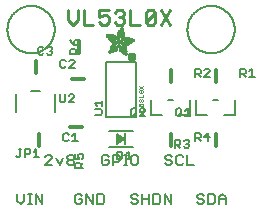
<source format=gbr>
G04 EAGLE Gerber RS-274X export*
G75*
%MOMM*%
%FSLAX34Y34*%
%LPD*%
%INSilkscreen Top*%
%IPPOS*%
%AMOC8*
5,1,8,0,0,1.08239X$1,22.5*%
G01*
%ADD10C,0.228600*%
%ADD11C,0.152400*%
%ADD12C,0.406400*%
%ADD13C,0.127000*%
%ADD14C,0.050800*%
%ADD15C,0.203200*%
%ADD16C,0.304800*%
%ADD17R,0.034300X0.003800*%
%ADD18R,0.057200X0.003800*%
%ADD19R,0.076200X0.003800*%
%ADD20R,0.091400X0.003800*%
%ADD21R,0.102900X0.003800*%
%ADD22R,0.114300X0.003900*%
%ADD23R,0.129500X0.003800*%
%ADD24R,0.137200X0.003800*%
%ADD25R,0.144800X0.003800*%
%ADD26R,0.152400X0.003800*%
%ADD27R,0.160000X0.003800*%
%ADD28R,0.171500X0.003800*%
%ADD29R,0.175300X0.003800*%
%ADD30R,0.182900X0.003800*%
%ADD31R,0.190500X0.003800*%
%ADD32R,0.194300X0.003900*%
%ADD33R,0.201900X0.003800*%
%ADD34R,0.209500X0.003800*%
%ADD35R,0.213400X0.003800*%
%ADD36R,0.221000X0.003800*%
%ADD37R,0.224800X0.003800*%
%ADD38R,0.232400X0.003800*%
%ADD39R,0.240000X0.003800*%
%ADD40R,0.243800X0.003800*%
%ADD41R,0.247600X0.003800*%
%ADD42R,0.255300X0.003900*%
%ADD43R,0.259100X0.003800*%
%ADD44R,0.262900X0.003800*%
%ADD45R,0.270500X0.003800*%
%ADD46R,0.274300X0.003800*%
%ADD47R,0.281900X0.003800*%
%ADD48R,0.285700X0.003800*%
%ADD49R,0.289500X0.003800*%
%ADD50R,0.297200X0.003800*%
%ADD51R,0.301000X0.003800*%
%ADD52R,0.304800X0.003900*%
%ADD53R,0.312400X0.003800*%
%ADD54R,0.316200X0.003800*%
%ADD55R,0.320000X0.003800*%
%ADD56R,0.327600X0.003800*%
%ADD57R,0.331500X0.003800*%
%ADD58R,0.339100X0.003800*%
%ADD59R,0.342900X0.003800*%
%ADD60R,0.346700X0.003800*%
%ADD61R,0.354300X0.003800*%
%ADD62R,0.358100X0.003900*%
%ADD63R,0.361900X0.003800*%
%ADD64R,0.369600X0.003800*%
%ADD65R,0.373400X0.003800*%
%ADD66R,0.377200X0.003800*%
%ADD67R,0.384800X0.003800*%
%ADD68R,0.388600X0.003800*%
%ADD69R,0.396200X0.003800*%
%ADD70R,0.400000X0.003800*%
%ADD71R,0.403800X0.003800*%
%ADD72R,0.411500X0.003900*%
%ADD73R,0.415300X0.003800*%
%ADD74R,0.419100X0.003800*%
%ADD75R,0.045700X0.003800*%
%ADD76R,0.426700X0.003800*%
%ADD77R,0.072400X0.003800*%
%ADD78R,0.430500X0.003800*%
%ADD79R,0.095300X0.003800*%
%ADD80R,0.438100X0.003800*%
%ADD81R,0.110500X0.003800*%
%ADD82R,0.441900X0.003800*%
%ADD83R,0.445800X0.003800*%
%ADD84R,0.144700X0.003800*%
%ADD85R,0.453400X0.003800*%
%ADD86R,0.457200X0.003800*%
%ADD87R,0.175300X0.003900*%
%ADD88R,0.461000X0.003900*%
%ADD89R,0.468600X0.003800*%
%ADD90R,0.205800X0.003800*%
%ADD91R,0.472400X0.003800*%
%ADD92R,0.217200X0.003800*%
%ADD93R,0.476200X0.003800*%
%ADD94R,0.483900X0.003800*%
%ADD95R,0.247700X0.003800*%
%ADD96R,0.487700X0.003800*%
%ADD97R,0.495300X0.003800*%
%ADD98R,0.499100X0.003800*%
%ADD99R,0.502900X0.003800*%
%ADD100R,0.510500X0.003800*%
%ADD101R,0.308600X0.003900*%
%ADD102R,0.514300X0.003900*%
%ADD103R,0.323800X0.003800*%
%ADD104R,0.518100X0.003800*%
%ADD105R,0.335300X0.003800*%
%ADD106R,0.525800X0.003800*%
%ADD107R,0.529600X0.003800*%
%ADD108R,0.358100X0.003800*%
%ADD109R,0.533400X0.003800*%
%ADD110R,0.537200X0.003800*%
%ADD111R,0.381000X0.003800*%
%ADD112R,0.544800X0.003800*%
%ADD113R,0.392400X0.003800*%
%ADD114R,0.548600X0.003800*%
%ADD115R,0.552400X0.003800*%
%ADD116R,0.556200X0.003800*%
%ADD117R,0.422900X0.003900*%
%ADD118R,0.560100X0.003900*%
%ADD119R,0.434300X0.003800*%
%ADD120R,0.563900X0.003800*%
%ADD121R,0.567700X0.003800*%
%ADD122R,0.461000X0.003800*%
%ADD123R,0.571500X0.003800*%
%ADD124R,0.575300X0.003800*%
%ADD125R,0.480100X0.003800*%
%ADD126R,0.579100X0.003800*%
%ADD127R,0.491500X0.003800*%
%ADD128R,0.582900X0.003800*%
%ADD129R,0.586700X0.003800*%
%ADD130R,0.510600X0.003800*%
%ADD131R,0.590500X0.003800*%
%ADD132R,0.522000X0.003800*%
%ADD133R,0.594300X0.003800*%
%ADD134R,0.533400X0.003900*%
%ADD135R,0.598200X0.003900*%
%ADD136R,0.541000X0.003800*%
%ADD137R,0.602000X0.003800*%
%ADD138R,0.552500X0.003800*%
%ADD139R,0.605800X0.003800*%
%ADD140R,0.560100X0.003800*%
%ADD141R,0.609600X0.003800*%
%ADD142R,0.613400X0.003800*%
%ADD143R,0.583000X0.003800*%
%ADD144R,0.617200X0.003800*%
%ADD145R,0.594400X0.003800*%
%ADD146R,0.621000X0.003800*%
%ADD147R,0.598200X0.003800*%
%ADD148R,0.624800X0.003800*%
%ADD149R,0.613500X0.003900*%
%ADD150R,0.628600X0.003900*%
%ADD151R,0.632400X0.003800*%
%ADD152R,0.628600X0.003800*%
%ADD153R,0.636300X0.003800*%
%ADD154R,0.640100X0.003800*%
%ADD155R,0.636200X0.003800*%
%ADD156R,0.643900X0.003800*%
%ADD157R,0.647700X0.003800*%
%ADD158R,0.651500X0.003800*%
%ADD159R,0.659100X0.003800*%
%ADD160R,0.659100X0.003900*%
%ADD161R,0.655300X0.003900*%
%ADD162R,0.662900X0.003800*%
%ADD163R,0.655300X0.003800*%
%ADD164R,0.670500X0.003800*%
%ADD165R,0.670600X0.003800*%
%ADD166R,0.674400X0.003800*%
%ADD167R,0.682000X0.003800*%
%ADD168R,0.666700X0.003800*%
%ADD169R,0.685800X0.003800*%
%ADD170R,0.689600X0.003800*%
%ADD171R,0.693400X0.003900*%
%ADD172R,0.674400X0.003900*%
%ADD173R,0.697200X0.003800*%
%ADD174R,0.678200X0.003800*%
%ADD175R,0.697300X0.003800*%
%ADD176R,0.701100X0.003800*%
%ADD177R,0.704900X0.003800*%
%ADD178R,0.708700X0.003800*%
%ADD179R,0.712500X0.003800*%
%ADD180R,0.716300X0.003800*%
%ADD181R,0.720100X0.003900*%
%ADD182R,0.689600X0.003900*%
%ADD183R,0.720000X0.003800*%
%ADD184R,0.693400X0.003800*%
%ADD185R,0.723900X0.003800*%
%ADD186R,0.727700X0.003800*%
%ADD187R,0.731500X0.003800*%
%ADD188R,0.701000X0.003800*%
%ADD189R,0.735300X0.003800*%
%ADD190R,0.731500X0.003900*%
%ADD191R,0.701000X0.003900*%
%ADD192R,0.704800X0.003800*%
%ADD193R,0.739100X0.003800*%
%ADD194R,0.743000X0.003800*%
%ADD195R,0.739200X0.003800*%
%ADD196R,0.743000X0.003900*%
%ADD197R,0.704800X0.003900*%
%ADD198R,0.746800X0.003800*%
%ADD199R,0.746800X0.003900*%
%ADD200R,0.742900X0.003800*%
%ADD201R,0.746700X0.003800*%
%ADD202R,0.746700X0.003900*%
%ADD203R,1.428800X0.003800*%
%ADD204R,1.424900X0.003800*%
%ADD205R,1.421100X0.003900*%
%ADD206R,1.421100X0.003800*%
%ADD207R,1.417300X0.003800*%
%ADD208R,1.413500X0.003800*%
%ADD209R,1.409700X0.003800*%
%ADD210R,1.405900X0.003800*%
%ADD211R,1.402100X0.003800*%
%ADD212R,1.398300X0.003800*%
%ADD213R,0.983000X0.003900*%
%ADD214R,0.384800X0.003900*%
%ADD215R,0.971600X0.003800*%
%ADD216R,0.963900X0.003800*%
%ADD217R,0.956300X0.003800*%
%ADD218R,0.365800X0.003800*%
%ADD219R,0.952500X0.003800*%
%ADD220R,0.941000X0.003800*%
%ADD221R,0.358200X0.003800*%
%ADD222R,0.937200X0.003800*%
%ADD223R,0.933400X0.003800*%
%ADD224R,0.354400X0.003800*%
%ADD225R,0.925800X0.003800*%
%ADD226R,0.350500X0.003800*%
%ADD227R,0.922000X0.003800*%
%ADD228R,0.918200X0.003900*%
%ADD229R,0.346700X0.003900*%
%ADD230R,0.910600X0.003800*%
%ADD231R,0.906800X0.003800*%
%ADD232R,0.903000X0.003800*%
%ADD233R,0.339000X0.003800*%
%ADD234R,0.895300X0.003800*%
%ADD235R,0.335200X0.003800*%
%ADD236R,0.887700X0.003800*%
%ADD237R,0.883900X0.003800*%
%ADD238R,0.331400X0.003800*%
%ADD239R,0.880100X0.003800*%
%ADD240R,0.876300X0.003800*%
%ADD241R,0.468600X0.003900*%
%ADD242R,0.396200X0.003900*%
%ADD243R,0.323800X0.003900*%
%ADD244R,0.449600X0.003800*%
%ADD245R,0.323900X0.003800*%
%ADD246R,0.442000X0.003800*%
%ADD247R,0.434400X0.003800*%
%ADD248R,0.320100X0.003800*%
%ADD249R,0.316300X0.003800*%
%ADD250R,0.426800X0.003800*%
%ADD251R,0.327700X0.003800*%
%ADD252R,0.312500X0.003800*%
%ADD253R,0.422900X0.003800*%
%ADD254R,0.308600X0.003800*%
%ADD255R,0.293400X0.003800*%
%ADD256R,0.304800X0.003800*%
%ADD257R,0.419100X0.003900*%
%ADD258R,0.285700X0.003900*%
%ADD259R,0.301000X0.003900*%
%ADD260R,0.411500X0.003800*%
%ADD261R,0.407700X0.003800*%
%ADD262R,0.289600X0.003800*%
%ADD263R,0.285800X0.003800*%
%ADD264R,0.403900X0.003800*%
%ADD265R,0.228600X0.003800*%
%ADD266R,0.403900X0.003900*%
%ADD267R,0.221000X0.003900*%
%ADD268R,0.278100X0.003900*%
%ADD269R,0.400100X0.003800*%
%ADD270R,0.209600X0.003800*%
%ADD271R,0.266700X0.003800*%
%ADD272R,0.038100X0.003800*%
%ADD273R,0.194300X0.003800*%
%ADD274R,0.148600X0.003800*%
%ADD275R,0.259000X0.003800*%
%ADD276R,0.182800X0.003800*%
%ADD277R,0.186700X0.003800*%
%ADD278R,0.251400X0.003800*%
%ADD279R,0.179100X0.003800*%
%ADD280R,0.236200X0.003800*%
%ADD281R,0.243900X0.003900*%
%ADD282R,0.282000X0.003900*%
%ADD283R,0.167700X0.003800*%
%ADD284R,0.236300X0.003800*%
%ADD285R,0.396300X0.003800*%
%ADD286R,0.163900X0.003800*%
%ADD287R,0.392500X0.003800*%
%ADD288R,0.160100X0.003800*%
%ADD289R,0.586800X0.003800*%
%ADD290R,0.148500X0.003800*%
%ADD291R,0.140900X0.003800*%
%ADD292R,0.392400X0.003900*%
%ADD293R,0.140900X0.003900*%
%ADD294R,0.647700X0.003900*%
%ADD295R,0.133300X0.003800*%
%ADD296R,0.674300X0.003800*%
%ADD297R,0.388700X0.003800*%
%ADD298R,0.125700X0.003800*%
%ADD299R,0.121900X0.003800*%
%ADD300R,0.720100X0.003800*%
%ADD301R,0.118100X0.003800*%
%ADD302R,0.118100X0.003900*%
%ADD303R,0.739100X0.003900*%
%ADD304R,0.114300X0.003800*%
%ADD305R,0.754400X0.003800*%
%ADD306R,0.765800X0.003800*%
%ADD307R,0.773400X0.003800*%
%ADD308R,0.784800X0.003800*%
%ADD309R,0.118200X0.003800*%
%ADD310R,0.792500X0.003800*%
%ADD311R,0.803900X0.003800*%
%ADD312R,0.122000X0.003800*%
%ADD313R,0.815400X0.003800*%
%ADD314R,0.125800X0.003800*%
%ADD315R,0.826800X0.003800*%
%ADD316R,0.369500X0.003900*%
%ADD317R,0.133400X0.003900*%
%ADD318R,0.842000X0.003900*%
%ADD319R,0.365700X0.003800*%
%ADD320R,1.009700X0.003800*%
%ADD321R,1.013500X0.003800*%
%ADD322R,0.362000X0.003800*%
%ADD323R,1.024900X0.003800*%
%ADD324R,1.028700X0.003800*%
%ADD325R,1.036300X0.003800*%
%ADD326R,1.047800X0.003800*%
%ADD327R,1.055400X0.003800*%
%ADD328R,1.070600X0.003800*%
%ADD329R,0.030500X0.003800*%
%ADD330R,1.436400X0.003800*%
%ADD331R,1.562100X0.003900*%
%ADD332R,1.588700X0.003800*%
%ADD333R,1.607800X0.003800*%
%ADD334R,1.626900X0.003800*%
%ADD335R,1.642100X0.003800*%
%ADD336R,1.657400X0.003800*%
%ADD337R,1.676400X0.003800*%
%ADD338R,1.687800X0.003800*%
%ADD339R,1.703000X0.003800*%
%ADD340R,1.714500X0.003800*%
%ADD341R,1.726000X0.003900*%
%ADD342R,1.741200X0.003800*%
%ADD343R,0.914400X0.003800*%
%ADD344R,0.769600X0.003800*%
%ADD345R,0.884000X0.003800*%
%ADD346R,0.712400X0.003800*%
%ADD347R,0.880100X0.003900*%
%ADD348R,0.887800X0.003800*%
%ADD349R,0.891600X0.003800*%
%ADD350R,0.895400X0.003800*%
%ADD351R,0.251500X0.003800*%
%ADD352R,0.579200X0.003900*%
%ADD353R,0.243900X0.003800*%
%ADD354R,0.556300X0.003800*%
%ADD355R,0.255200X0.003800*%
%ADD356R,0.529500X0.003800*%
%ADD357R,0.731600X0.003800*%
%ADD358R,0.525800X0.003900*%
%ADD359R,0.281900X0.003900*%
%ADD360R,0.735400X0.003900*%
%ADD361R,0.300900X0.003800*%
%ADD362R,0.762000X0.003800*%
%ADD363R,0.518200X0.003800*%
%ADD364R,0.350600X0.003800*%
%ADD365R,0.796300X0.003800*%
%ADD366R,0.807800X0.003800*%
%ADD367R,0.506700X0.003800*%
%ADD368R,0.849600X0.003800*%
%ADD369R,0.506700X0.003900*%
%ADD370R,1.371600X0.003900*%
%ADD371R,1.207800X0.003800*%
%ADD372R,0.503000X0.003800*%
%ADD373R,0.141000X0.003800*%
%ADD374R,1.203900X0.003800*%
%ADD375R,1.204000X0.003800*%
%ADD376R,1.200200X0.003800*%
%ADD377R,0.499100X0.003900*%
%ADD378R,0.156200X0.003900*%
%ADD379R,1.196400X0.003900*%
%ADD380R,1.196400X0.003800*%
%ADD381R,0.163800X0.003800*%
%ADD382R,0.167600X0.003800*%
%ADD383R,1.192500X0.003800*%
%ADD384R,0.499200X0.003800*%
%ADD385R,1.188700X0.003800*%
%ADD386R,0.506800X0.003800*%
%ADD387R,1.184900X0.003800*%
%ADD388R,0.510600X0.003900*%
%ADD389R,0.209600X0.003900*%
%ADD390R,1.181100X0.003900*%
%ADD391R,0.514400X0.003800*%
%ADD392R,1.181100X0.003800*%
%ADD393R,1.177300X0.003800*%
%ADD394R,0.240100X0.003800*%
%ADD395R,1.173500X0.003800*%
%ADD396R,1.169700X0.003800*%
%ADD397R,1.165900X0.003800*%
%ADD398R,1.162100X0.003800*%
%ADD399R,0.929700X0.003900*%
%ADD400R,1.162100X0.003900*%
%ADD401R,0.929700X0.003800*%
%ADD402R,1.154500X0.003800*%
%ADD403R,0.933500X0.003800*%
%ADD404R,1.150600X0.003800*%
%ADD405R,0.937300X0.003800*%
%ADD406R,1.146800X0.003800*%
%ADD407R,0.941100X0.003800*%
%ADD408R,1.139200X0.003800*%
%ADD409R,0.944900X0.003800*%
%ADD410R,1.135400X0.003800*%
%ADD411R,0.948700X0.003800*%
%ADD412R,1.127800X0.003800*%
%ADD413R,1.124000X0.003800*%
%ADD414R,1.116400X0.003800*%
%ADD415R,0.956300X0.003900*%
%ADD416R,1.104900X0.003900*%
%ADD417R,0.960100X0.003800*%
%ADD418R,1.093500X0.003800*%
%ADD419R,1.085900X0.003800*%
%ADD420R,0.967800X0.003800*%
%ADD421R,1.074500X0.003800*%
%ADD422R,1.063000X0.003800*%
%ADD423R,0.975400X0.003800*%
%ADD424R,1.036400X0.003800*%
%ADD425R,0.979200X0.003800*%
%ADD426R,1.021000X0.003800*%
%ADD427R,0.983000X0.003800*%
%ADD428R,1.009600X0.003800*%
%ADD429R,0.986800X0.003800*%
%ADD430R,0.998200X0.003800*%
%ADD431R,0.990600X0.003900*%
%ADD432R,0.986700X0.003900*%
%ADD433R,0.994400X0.003800*%
%ADD434R,0.975300X0.003800*%
%ADD435R,0.948600X0.003800*%
%ADD436R,1.002000X0.003800*%
%ADD437R,0.213300X0.003800*%
%ADD438R,0.217100X0.003800*%
%ADD439R,1.017300X0.003800*%
%ADD440R,0.666800X0.003800*%
%ADD441R,0.220900X0.003800*%
%ADD442R,1.028700X0.003900*%
%ADD443R,0.224700X0.003900*%
%ADD444R,1.032500X0.003800*%
%ADD445R,1.040100X0.003800*%
%ADD446R,1.043900X0.003800*%
%ADD447R,0.548700X0.003800*%
%ADD448R,1.051500X0.003800*%
%ADD449R,1.055300X0.003800*%
%ADD450R,1.059100X0.003800*%
%ADD451R,1.062900X0.003800*%
%ADD452R,0.255300X0.003800*%
%ADD453R,1.066800X0.003900*%
%ADD454R,0.259100X0.003900*%
%ADD455R,0.457200X0.003900*%
%ADD456R,0.423000X0.003800*%
%ADD457R,1.082100X0.003800*%
%ADD458R,0.274400X0.003800*%
%ADD459R,0.278200X0.003800*%
%ADD460R,1.101100X0.003800*%
%ADD461R,0.278100X0.003800*%
%ADD462R,0.876300X0.003900*%
%ADD463R,0.236200X0.003900*%
%ADD464R,0.289600X0.003900*%
%ADD465R,0.247700X0.003900*%
%ADD466R,0.049500X0.003800*%
%ADD467R,0.640100X0.003900*%
%ADD468R,0.659200X0.003800*%
%ADD469R,0.663000X0.003800*%
%ADD470R,0.872500X0.003900*%
%ADD471R,0.666800X0.003900*%
%ADD472R,0.872500X0.003800*%
%ADD473R,0.868700X0.003800*%
%ADD474R,0.864900X0.003800*%
%ADD475R,0.861100X0.003800*%
%ADD476R,0.857300X0.003800*%
%ADD477R,0.853400X0.003800*%
%ADD478R,0.845800X0.003800*%
%ADD479R,0.682000X0.003900*%
%ADD480R,0.842000X0.003800*%
%ADD481R,0.834400X0.003800*%
%ADD482R,0.823000X0.003800*%
%ADD483R,0.815300X0.003800*%
%ADD484R,0.811500X0.003800*%
%ADD485R,0.788700X0.003800*%
%ADD486R,0.777300X0.003900*%
%ADD487R,0.750600X0.003800*%
%ADD488R,0.735400X0.003800*%
%ADD489R,0.727800X0.003800*%
%ADD490R,0.628700X0.003800*%
%ADD491R,0.575400X0.003800*%
%ADD492R,0.670600X0.003900*%
%ADD493R,0.655400X0.003800*%
%ADD494R,0.651500X0.003900*%
%ADD495R,0.624800X0.003900*%
%ADD496R,0.594400X0.003900*%
%ADD497R,0.563900X0.003900*%
%ADD498R,0.541100X0.003800*%
%ADD499R,0.537300X0.003800*%
%ADD500R,0.525700X0.003800*%
%ADD501R,0.525700X0.003900*%
%ADD502R,0.514300X0.003800*%
%ADD503R,0.480100X0.003900*%
%ADD504R,0.464800X0.003800*%
%ADD505R,0.442000X0.003900*%
%ADD506R,0.438200X0.003800*%
%ADD507R,0.430600X0.003800*%
%ADD508R,0.407600X0.003800*%
%ADD509R,0.403800X0.003900*%
%ADD510R,0.365700X0.003900*%
%ADD511R,0.327700X0.003900*%
%ADD512R,0.243800X0.003900*%
%ADD513R,0.205800X0.003900*%
%ADD514R,0.198100X0.003800*%
%ADD515R,0.163800X0.003900*%
%ADD516R,0.137100X0.003800*%
%ADD517R,0.091500X0.003900*%
%ADD518R,0.060900X0.003800*%
%ADD519R,0.200000X1.000000*%

G36*
X99645Y56683D02*
X99645Y56683D01*
X99716Y56681D01*
X99786Y56700D01*
X99857Y56708D01*
X99912Y56733D01*
X99991Y56753D01*
X100094Y56814D01*
X100163Y56845D01*
X103163Y58845D01*
X103250Y58922D01*
X103340Y58995D01*
X103355Y59017D01*
X103375Y59035D01*
X103437Y59132D01*
X103504Y59227D01*
X103512Y59253D01*
X103527Y59275D01*
X103559Y59386D01*
X103597Y59496D01*
X103598Y59523D01*
X103605Y59548D01*
X103605Y59664D01*
X103611Y59780D01*
X103605Y59806D01*
X103605Y59833D01*
X103573Y59944D01*
X103547Y60057D01*
X103534Y60080D01*
X103526Y60106D01*
X103464Y60204D01*
X103408Y60305D01*
X103390Y60321D01*
X103375Y60346D01*
X103167Y60531D01*
X103163Y60535D01*
X100163Y62535D01*
X100099Y62566D01*
X100039Y62606D01*
X99971Y62627D01*
X99907Y62658D01*
X99836Y62670D01*
X99768Y62691D01*
X99697Y62693D01*
X99627Y62705D01*
X99555Y62697D01*
X99484Y62699D01*
X99415Y62681D01*
X99344Y62672D01*
X99278Y62645D01*
X99209Y62627D01*
X99148Y62590D01*
X99082Y62563D01*
X99026Y62518D01*
X98964Y62482D01*
X98915Y62430D01*
X98860Y62385D01*
X98819Y62327D01*
X98770Y62274D01*
X98737Y62211D01*
X98696Y62153D01*
X98673Y62085D01*
X98640Y62021D01*
X98630Y61962D01*
X98603Y61884D01*
X98597Y61765D01*
X98585Y61690D01*
X98585Y57690D01*
X98595Y57619D01*
X98595Y57547D01*
X98615Y57479D01*
X98625Y57409D01*
X98654Y57343D01*
X98674Y57274D01*
X98712Y57214D01*
X98741Y57149D01*
X98787Y57094D01*
X98825Y57034D01*
X98879Y56986D01*
X98925Y56932D01*
X98984Y56892D01*
X99038Y56845D01*
X99102Y56814D01*
X99161Y56775D01*
X99230Y56753D01*
X99294Y56722D01*
X99364Y56710D01*
X99432Y56689D01*
X99504Y56687D01*
X99575Y56675D01*
X99645Y56683D01*
G37*
D10*
X56903Y168539D02*
X56903Y160574D01*
X60885Y156591D01*
X64868Y160574D01*
X64868Y168539D01*
X70000Y168539D02*
X70000Y156591D01*
X77965Y156591D01*
X83097Y168539D02*
X91063Y168539D01*
X83097Y168539D02*
X83097Y162565D01*
X87080Y164556D01*
X89071Y164556D01*
X91063Y162565D01*
X91063Y158582D01*
X89071Y156591D01*
X85088Y156591D01*
X83097Y158582D01*
X96194Y166548D02*
X98186Y168539D01*
X102168Y168539D01*
X104160Y166548D01*
X104160Y164556D01*
X102168Y162565D01*
X100177Y162565D01*
X102168Y162565D02*
X104160Y160574D01*
X104160Y158582D01*
X102168Y156591D01*
X98186Y156591D01*
X96194Y158582D01*
X109292Y156591D02*
X109292Y168539D01*
X109292Y156591D02*
X117257Y156591D01*
X122389Y158582D02*
X122389Y166548D01*
X124380Y168539D01*
X128363Y168539D01*
X130354Y166548D01*
X130354Y158582D01*
X128363Y156591D01*
X124380Y156591D01*
X122389Y158582D01*
X130354Y166548D01*
X135486Y168539D02*
X143452Y156591D01*
X135486Y156591D02*
X143452Y168539D01*
D11*
X43291Y37592D02*
X37529Y37592D01*
X43291Y43354D01*
X43291Y44795D01*
X41851Y46235D01*
X38970Y46235D01*
X37529Y44795D01*
X46884Y43354D02*
X49766Y37592D01*
X52647Y43354D01*
X56240Y44795D02*
X57680Y46235D01*
X60561Y46235D01*
X62002Y44795D01*
X62002Y43354D01*
X60561Y41914D01*
X62002Y40473D01*
X62002Y39033D01*
X60561Y37592D01*
X57680Y37592D01*
X56240Y39033D01*
X56240Y40473D01*
X57680Y41914D01*
X56240Y43354D01*
X56240Y44795D01*
X57680Y41914D02*
X60561Y41914D01*
X13688Y13215D02*
X13688Y7453D01*
X16570Y4572D01*
X19451Y7453D01*
X19451Y13215D01*
X23044Y4572D02*
X25925Y4572D01*
X24484Y4572D02*
X24484Y13215D01*
X23044Y13215D02*
X25925Y13215D01*
X29280Y13215D02*
X29280Y4572D01*
X35043Y4572D02*
X29280Y13215D01*
X35043Y13215D02*
X35043Y4572D01*
X67251Y13215D02*
X68691Y11775D01*
X67251Y13215D02*
X64370Y13215D01*
X62929Y11775D01*
X62929Y6013D01*
X64370Y4572D01*
X67251Y4572D01*
X68691Y6013D01*
X68691Y8894D01*
X65810Y8894D01*
X72284Y13215D02*
X72284Y4572D01*
X78047Y4572D02*
X72284Y13215D01*
X78047Y13215D02*
X78047Y4572D01*
X81640Y4572D02*
X81640Y13215D01*
X81640Y4572D02*
X85961Y4572D01*
X87402Y6013D01*
X87402Y11775D01*
X85961Y13215D01*
X81640Y13215D01*
X90973Y44795D02*
X89533Y46235D01*
X86651Y46235D01*
X85211Y44795D01*
X85211Y39033D01*
X86651Y37592D01*
X89533Y37592D01*
X90973Y39033D01*
X90973Y41914D01*
X88092Y41914D01*
X94566Y46235D02*
X94566Y37592D01*
X94566Y46235D02*
X98888Y46235D01*
X100328Y44795D01*
X100328Y41914D01*
X98888Y40473D01*
X94566Y40473D01*
X103921Y37592D02*
X106802Y37592D01*
X105362Y37592D02*
X105362Y46235D01*
X106802Y46235D02*
X103921Y46235D01*
X111599Y46235D02*
X114480Y46235D01*
X111599Y46235D02*
X110158Y44795D01*
X110158Y39033D01*
X111599Y37592D01*
X114480Y37592D01*
X115920Y39033D01*
X115920Y44795D01*
X114480Y46235D01*
X114643Y13215D02*
X116084Y11775D01*
X114643Y13215D02*
X111762Y13215D01*
X110322Y11775D01*
X110322Y10334D01*
X111762Y8894D01*
X114643Y8894D01*
X116084Y7453D01*
X116084Y6013D01*
X114643Y4572D01*
X111762Y4572D01*
X110322Y6013D01*
X119677Y4572D02*
X119677Y13215D01*
X119677Y8894D02*
X125439Y8894D01*
X125439Y13215D02*
X125439Y4572D01*
X129032Y4572D02*
X129032Y13215D01*
X129032Y4572D02*
X133354Y4572D01*
X134794Y6013D01*
X134794Y11775D01*
X133354Y13215D01*
X129032Y13215D01*
X138387Y13215D02*
X138387Y4572D01*
X144149Y4572D02*
X138387Y13215D01*
X144149Y13215D02*
X144149Y4572D01*
X144891Y44795D02*
X143451Y46235D01*
X140570Y46235D01*
X139129Y44795D01*
X139129Y43354D01*
X140570Y41914D01*
X143451Y41914D01*
X144891Y40473D01*
X144891Y39033D01*
X143451Y37592D01*
X140570Y37592D01*
X139129Y39033D01*
X152806Y46235D02*
X154247Y44795D01*
X152806Y46235D02*
X149925Y46235D01*
X148484Y44795D01*
X148484Y39033D01*
X149925Y37592D01*
X152806Y37592D01*
X154247Y39033D01*
X157840Y37592D02*
X157840Y46235D01*
X157840Y37592D02*
X163602Y37592D01*
X170121Y13215D02*
X171561Y11775D01*
X170121Y13215D02*
X167240Y13215D01*
X165799Y11775D01*
X165799Y10334D01*
X167240Y8894D01*
X170121Y8894D01*
X171561Y7453D01*
X171561Y6013D01*
X170121Y4572D01*
X167240Y4572D01*
X165799Y6013D01*
X175154Y4572D02*
X175154Y13215D01*
X175154Y4572D02*
X179476Y4572D01*
X180917Y6013D01*
X180917Y11775D01*
X179476Y13215D01*
X175154Y13215D01*
X184510Y10334D02*
X184510Y4572D01*
X184510Y10334D02*
X187391Y13215D01*
X190272Y10334D01*
X190272Y4572D01*
X190272Y8894D02*
X184510Y8894D01*
D12*
X109186Y129600D02*
X109188Y129675D01*
X109194Y129749D01*
X109204Y129823D01*
X109217Y129896D01*
X109235Y129969D01*
X109256Y130040D01*
X109281Y130111D01*
X109310Y130180D01*
X109343Y130247D01*
X109379Y130312D01*
X109418Y130376D01*
X109460Y130437D01*
X109506Y130496D01*
X109555Y130553D01*
X109607Y130606D01*
X109661Y130657D01*
X109718Y130706D01*
X109778Y130750D01*
X109840Y130792D01*
X109904Y130831D01*
X109970Y130866D01*
X110037Y130897D01*
X110107Y130925D01*
X110177Y130949D01*
X110249Y130970D01*
X110322Y130986D01*
X110395Y130999D01*
X110470Y131008D01*
X110544Y131013D01*
X110619Y131014D01*
X110693Y131011D01*
X110768Y131004D01*
X110841Y130993D01*
X110915Y130979D01*
X110987Y130960D01*
X111058Y130938D01*
X111128Y130912D01*
X111197Y130882D01*
X111263Y130849D01*
X111328Y130812D01*
X111391Y130772D01*
X111452Y130728D01*
X111510Y130682D01*
X111566Y130632D01*
X111619Y130580D01*
X111670Y130525D01*
X111717Y130467D01*
X111761Y130407D01*
X111802Y130344D01*
X111840Y130280D01*
X111874Y130214D01*
X111905Y130145D01*
X111932Y130076D01*
X111955Y130005D01*
X111974Y129933D01*
X111990Y129860D01*
X112002Y129786D01*
X112010Y129712D01*
X112014Y129637D01*
X112014Y129563D01*
X112010Y129488D01*
X112002Y129414D01*
X111990Y129340D01*
X111974Y129267D01*
X111955Y129195D01*
X111932Y129124D01*
X111905Y129055D01*
X111874Y128986D01*
X111840Y128920D01*
X111802Y128856D01*
X111761Y128793D01*
X111717Y128733D01*
X111670Y128675D01*
X111619Y128620D01*
X111566Y128568D01*
X111510Y128518D01*
X111452Y128472D01*
X111391Y128428D01*
X111328Y128388D01*
X111263Y128351D01*
X111197Y128318D01*
X111128Y128288D01*
X111058Y128262D01*
X110987Y128240D01*
X110915Y128221D01*
X110841Y128207D01*
X110768Y128196D01*
X110693Y128189D01*
X110619Y128186D01*
X110544Y128187D01*
X110470Y128192D01*
X110395Y128201D01*
X110322Y128214D01*
X110249Y128230D01*
X110177Y128251D01*
X110107Y128275D01*
X110037Y128303D01*
X109970Y128334D01*
X109904Y128369D01*
X109840Y128408D01*
X109778Y128450D01*
X109718Y128494D01*
X109661Y128543D01*
X109607Y128594D01*
X109555Y128647D01*
X109506Y128704D01*
X109460Y128763D01*
X109418Y128824D01*
X109379Y128888D01*
X109343Y128953D01*
X109310Y129020D01*
X109281Y129089D01*
X109256Y129160D01*
X109235Y129231D01*
X109217Y129304D01*
X109204Y129377D01*
X109194Y129451D01*
X109188Y129525D01*
X109186Y129600D01*
D13*
X88600Y124600D02*
X88600Y78600D01*
X88600Y124600D02*
X114600Y124600D01*
X114600Y78600D01*
X88600Y78600D01*
D11*
X84736Y80362D02*
X79228Y80362D01*
X84736Y80362D02*
X85838Y81464D01*
X85838Y83667D01*
X84736Y84768D01*
X79228Y84768D01*
X81432Y87846D02*
X79228Y90049D01*
X85838Y90049D01*
X85838Y87846D02*
X85838Y92253D01*
D14*
X116787Y79854D02*
X119160Y79854D01*
X120346Y81040D01*
X119160Y82227D01*
X116787Y82227D01*
X116787Y83596D02*
X120346Y83596D01*
X120346Y85969D01*
X116787Y87338D02*
X116787Y89711D01*
X116787Y87338D02*
X118567Y87338D01*
X117973Y88524D01*
X117973Y89118D01*
X118567Y89711D01*
X119753Y89711D01*
X120346Y89118D01*
X120346Y87931D01*
X119753Y87338D01*
X117380Y91080D02*
X116787Y91673D01*
X116787Y92860D01*
X117380Y93453D01*
X117973Y93453D01*
X118567Y92860D01*
X118567Y92267D01*
X118567Y92860D02*
X119160Y93453D01*
X119753Y93453D01*
X120346Y92860D01*
X120346Y91673D01*
X119753Y91080D01*
X120346Y94822D02*
X116787Y94822D01*
X120346Y94822D02*
X120346Y97195D01*
X119753Y98564D02*
X117380Y98564D01*
X116787Y99157D01*
X116787Y100344D01*
X117380Y100937D01*
X119753Y100937D01*
X120346Y100344D01*
X120346Y99157D01*
X119753Y98564D01*
X117380Y100937D01*
X116787Y102306D02*
X120346Y104679D01*
X120346Y102306D02*
X116787Y104679D01*
D15*
X12710Y98170D02*
X12710Y82170D01*
X45710Y82170D02*
X45710Y98170D01*
X33210Y100670D02*
X25210Y100670D01*
D11*
X49752Y97542D02*
X49752Y92034D01*
X50854Y90932D01*
X53057Y90932D01*
X54158Y92034D01*
X54158Y97542D01*
X57236Y90932D02*
X61643Y90932D01*
X61643Y95338D02*
X57236Y90932D01*
X61643Y95338D02*
X61643Y96440D01*
X60541Y97542D01*
X58338Y97542D01*
X57236Y96440D01*
D16*
X181610Y107950D02*
X181610Y118110D01*
D11*
X202692Y119132D02*
X202692Y112522D01*
X202692Y119132D02*
X205997Y119132D01*
X207098Y118030D01*
X207098Y115827D01*
X205997Y114725D01*
X202692Y114725D01*
X204895Y114725D02*
X207098Y112522D01*
X210176Y116928D02*
X212379Y119132D01*
X212379Y112522D01*
X210176Y112522D02*
X214583Y112522D01*
D16*
X143510Y107950D02*
X143510Y118110D01*
D11*
X164592Y119132D02*
X164592Y112522D01*
X164592Y119132D02*
X167897Y119132D01*
X168998Y118030D01*
X168998Y115827D01*
X167897Y114725D01*
X164592Y114725D01*
X166795Y114725D02*
X168998Y112522D01*
X172076Y112522D02*
X176483Y112522D01*
X176483Y116928D02*
X172076Y112522D01*
X176483Y116928D02*
X176483Y118030D01*
X175381Y119132D01*
X173178Y119132D01*
X172076Y118030D01*
D16*
X181610Y63500D02*
X181610Y53340D01*
D11*
X147084Y52324D02*
X147084Y58934D01*
X150389Y58934D01*
X151490Y57832D01*
X151490Y55629D01*
X150389Y54527D01*
X147084Y54527D01*
X149287Y54527D02*
X151490Y52324D01*
X154568Y57832D02*
X155669Y58934D01*
X157873Y58934D01*
X158974Y57832D01*
X158974Y56730D01*
X157873Y55629D01*
X156771Y55629D01*
X157873Y55629D02*
X158974Y54527D01*
X158974Y53426D01*
X157873Y52324D01*
X155669Y52324D01*
X154568Y53426D01*
D16*
X143510Y53340D02*
X143510Y63500D01*
D11*
X164592Y64522D02*
X164592Y57912D01*
X164592Y64522D02*
X167897Y64522D01*
X168998Y63420D01*
X168998Y61217D01*
X167897Y60115D01*
X164592Y60115D01*
X166795Y60115D02*
X168998Y57912D01*
X175381Y57912D02*
X175381Y64522D01*
X172076Y61217D01*
X176483Y61217D01*
D16*
X31750Y63500D02*
X31750Y53340D01*
D11*
X56137Y64522D02*
X57238Y63420D01*
X56137Y64522D02*
X53934Y64522D01*
X52832Y63420D01*
X52832Y59014D01*
X53934Y57912D01*
X56137Y57912D01*
X57238Y59014D01*
X60316Y62318D02*
X62519Y64522D01*
X62519Y57912D01*
X60316Y57912D02*
X64723Y57912D01*
D16*
X29210Y115570D02*
X29210Y125730D01*
D11*
X53597Y126752D02*
X54698Y125650D01*
X53597Y126752D02*
X51394Y126752D01*
X50292Y125650D01*
X50292Y121244D01*
X51394Y120142D01*
X53597Y120142D01*
X54698Y121244D01*
X57776Y120142D02*
X62183Y120142D01*
X62183Y124548D02*
X57776Y120142D01*
X62183Y124548D02*
X62183Y125650D01*
X61081Y126752D01*
X58878Y126752D01*
X57776Y125650D01*
D15*
X198334Y92884D02*
X198334Y79756D01*
X188746Y79756D01*
X164886Y79756D02*
X164886Y92884D01*
X164886Y79756D02*
X174474Y79756D01*
X179386Y92964D02*
X183974Y92964D01*
D11*
X148354Y84502D02*
X148354Y80096D01*
X148354Y84502D02*
X149455Y85604D01*
X151659Y85604D01*
X152760Y84502D01*
X152760Y80096D01*
X151659Y78994D01*
X149455Y78994D01*
X148354Y80096D01*
X150557Y81197D02*
X152760Y78994D01*
X155838Y83400D02*
X158041Y85604D01*
X158041Y78994D01*
X155838Y78994D02*
X160244Y78994D01*
D15*
X160234Y79756D02*
X160234Y92884D01*
X160234Y79756D02*
X150646Y79756D01*
X126786Y79756D02*
X126786Y92884D01*
X126786Y79756D02*
X136374Y79756D01*
X141286Y92964D02*
X145874Y92964D01*
D11*
X110254Y84502D02*
X110254Y80096D01*
X110254Y84502D02*
X111355Y85604D01*
X113559Y85604D01*
X114660Y84502D01*
X114660Y80096D01*
X113559Y78994D01*
X111355Y78994D01*
X110254Y80096D01*
X112457Y81197D02*
X114660Y78994D01*
X117738Y78994D02*
X122144Y78994D01*
X117738Y78994D02*
X122144Y83400D01*
X122144Y84502D01*
X121043Y85604D01*
X118839Y85604D01*
X117738Y84502D01*
D16*
X66040Y132080D02*
X66040Y142240D01*
D11*
X35920Y136572D02*
X34819Y137674D01*
X32615Y137674D01*
X31514Y136572D01*
X31514Y132166D01*
X32615Y131064D01*
X34819Y131064D01*
X35920Y132166D01*
X38998Y136572D02*
X40099Y137674D01*
X42303Y137674D01*
X43404Y136572D01*
X43404Y135470D01*
X42303Y134369D01*
X41201Y134369D01*
X42303Y134369D02*
X43404Y133267D01*
X43404Y132166D01*
X42303Y131064D01*
X40099Y131064D01*
X38998Y132166D01*
D16*
X58420Y69850D02*
X68580Y69850D01*
D11*
X69596Y35324D02*
X62986Y35324D01*
X62986Y38629D01*
X64088Y39730D01*
X66291Y39730D01*
X67393Y38629D01*
X67393Y35324D01*
X67393Y37527D02*
X69596Y39730D01*
X62986Y42808D02*
X62986Y47214D01*
X62986Y42808D02*
X66291Y42808D01*
X65190Y45011D01*
X65190Y46113D01*
X66291Y47214D01*
X68494Y47214D01*
X69596Y46113D01*
X69596Y43909D01*
X68494Y42808D01*
D16*
X69850Y110490D02*
X59690Y110490D01*
D11*
X58668Y131572D02*
X65278Y131572D01*
X58668Y131572D02*
X58668Y134877D01*
X59770Y135978D01*
X61973Y135978D01*
X63075Y134877D01*
X63075Y131572D01*
X63075Y133775D02*
X65278Y135978D01*
X59770Y141259D02*
X58668Y143463D01*
X59770Y141259D02*
X61973Y139056D01*
X64176Y139056D01*
X65278Y140158D01*
X65278Y142361D01*
X64176Y143463D01*
X63075Y143463D01*
X61973Y142361D01*
X61973Y139056D01*
D15*
X5400Y152400D02*
X5406Y152891D01*
X5424Y153381D01*
X5454Y153871D01*
X5496Y154360D01*
X5550Y154848D01*
X5616Y155335D01*
X5694Y155819D01*
X5784Y156302D01*
X5886Y156782D01*
X5999Y157260D01*
X6124Y157734D01*
X6261Y158206D01*
X6409Y158674D01*
X6569Y159138D01*
X6740Y159598D01*
X6922Y160054D01*
X7116Y160505D01*
X7320Y160951D01*
X7536Y161392D01*
X7762Y161828D01*
X7998Y162258D01*
X8245Y162682D01*
X8503Y163100D01*
X8771Y163511D01*
X9048Y163916D01*
X9336Y164314D01*
X9633Y164705D01*
X9940Y165088D01*
X10256Y165463D01*
X10581Y165831D01*
X10915Y166191D01*
X11258Y166542D01*
X11609Y166885D01*
X11969Y167219D01*
X12337Y167544D01*
X12712Y167860D01*
X13095Y168167D01*
X13486Y168464D01*
X13884Y168752D01*
X14289Y169029D01*
X14700Y169297D01*
X15118Y169555D01*
X15542Y169802D01*
X15972Y170038D01*
X16408Y170264D01*
X16849Y170480D01*
X17295Y170684D01*
X17746Y170878D01*
X18202Y171060D01*
X18662Y171231D01*
X19126Y171391D01*
X19594Y171539D01*
X20066Y171676D01*
X20540Y171801D01*
X21018Y171914D01*
X21498Y172016D01*
X21981Y172106D01*
X22465Y172184D01*
X22952Y172250D01*
X23440Y172304D01*
X23929Y172346D01*
X24419Y172376D01*
X24909Y172394D01*
X25400Y172400D01*
X25891Y172394D01*
X26381Y172376D01*
X26871Y172346D01*
X27360Y172304D01*
X27848Y172250D01*
X28335Y172184D01*
X28819Y172106D01*
X29302Y172016D01*
X29782Y171914D01*
X30260Y171801D01*
X30734Y171676D01*
X31206Y171539D01*
X31674Y171391D01*
X32138Y171231D01*
X32598Y171060D01*
X33054Y170878D01*
X33505Y170684D01*
X33951Y170480D01*
X34392Y170264D01*
X34828Y170038D01*
X35258Y169802D01*
X35682Y169555D01*
X36100Y169297D01*
X36511Y169029D01*
X36916Y168752D01*
X37314Y168464D01*
X37705Y168167D01*
X38088Y167860D01*
X38463Y167544D01*
X38831Y167219D01*
X39191Y166885D01*
X39542Y166542D01*
X39885Y166191D01*
X40219Y165831D01*
X40544Y165463D01*
X40860Y165088D01*
X41167Y164705D01*
X41464Y164314D01*
X41752Y163916D01*
X42029Y163511D01*
X42297Y163100D01*
X42555Y162682D01*
X42802Y162258D01*
X43038Y161828D01*
X43264Y161392D01*
X43480Y160951D01*
X43684Y160505D01*
X43878Y160054D01*
X44060Y159598D01*
X44231Y159138D01*
X44391Y158674D01*
X44539Y158206D01*
X44676Y157734D01*
X44801Y157260D01*
X44914Y156782D01*
X45016Y156302D01*
X45106Y155819D01*
X45184Y155335D01*
X45250Y154848D01*
X45304Y154360D01*
X45346Y153871D01*
X45376Y153381D01*
X45394Y152891D01*
X45400Y152400D01*
X45394Y151909D01*
X45376Y151419D01*
X45346Y150929D01*
X45304Y150440D01*
X45250Y149952D01*
X45184Y149465D01*
X45106Y148981D01*
X45016Y148498D01*
X44914Y148018D01*
X44801Y147540D01*
X44676Y147066D01*
X44539Y146594D01*
X44391Y146126D01*
X44231Y145662D01*
X44060Y145202D01*
X43878Y144746D01*
X43684Y144295D01*
X43480Y143849D01*
X43264Y143408D01*
X43038Y142972D01*
X42802Y142542D01*
X42555Y142118D01*
X42297Y141700D01*
X42029Y141289D01*
X41752Y140884D01*
X41464Y140486D01*
X41167Y140095D01*
X40860Y139712D01*
X40544Y139337D01*
X40219Y138969D01*
X39885Y138609D01*
X39542Y138258D01*
X39191Y137915D01*
X38831Y137581D01*
X38463Y137256D01*
X38088Y136940D01*
X37705Y136633D01*
X37314Y136336D01*
X36916Y136048D01*
X36511Y135771D01*
X36100Y135503D01*
X35682Y135245D01*
X35258Y134998D01*
X34828Y134762D01*
X34392Y134536D01*
X33951Y134320D01*
X33505Y134116D01*
X33054Y133922D01*
X32598Y133740D01*
X32138Y133569D01*
X31674Y133409D01*
X31206Y133261D01*
X30734Y133124D01*
X30260Y132999D01*
X29782Y132886D01*
X29302Y132784D01*
X28819Y132694D01*
X28335Y132616D01*
X27848Y132550D01*
X27360Y132496D01*
X26871Y132454D01*
X26381Y132424D01*
X25891Y132406D01*
X25400Y132400D01*
X24909Y132406D01*
X24419Y132424D01*
X23929Y132454D01*
X23440Y132496D01*
X22952Y132550D01*
X22465Y132616D01*
X21981Y132694D01*
X21498Y132784D01*
X21018Y132886D01*
X20540Y132999D01*
X20066Y133124D01*
X19594Y133261D01*
X19126Y133409D01*
X18662Y133569D01*
X18202Y133740D01*
X17746Y133922D01*
X17295Y134116D01*
X16849Y134320D01*
X16408Y134536D01*
X15972Y134762D01*
X15542Y134998D01*
X15118Y135245D01*
X14700Y135503D01*
X14289Y135771D01*
X13884Y136048D01*
X13486Y136336D01*
X13095Y136633D01*
X12712Y136940D01*
X12337Y137256D01*
X11969Y137581D01*
X11609Y137915D01*
X11258Y138258D01*
X10915Y138609D01*
X10581Y138969D01*
X10256Y139337D01*
X9940Y139712D01*
X9633Y140095D01*
X9336Y140486D01*
X9048Y140884D01*
X8771Y141289D01*
X8503Y141700D01*
X8245Y142118D01*
X7998Y142542D01*
X7762Y142972D01*
X7536Y143408D01*
X7320Y143849D01*
X7116Y144295D01*
X6922Y144746D01*
X6740Y145202D01*
X6569Y145662D01*
X6409Y146126D01*
X6261Y146594D01*
X6124Y147066D01*
X5999Y147540D01*
X5886Y148018D01*
X5784Y148498D01*
X5694Y148981D01*
X5616Y149465D01*
X5550Y149952D01*
X5496Y150440D01*
X5454Y150929D01*
X5424Y151419D01*
X5406Y151909D01*
X5400Y152400D01*
X157800Y152400D02*
X157806Y152891D01*
X157824Y153381D01*
X157854Y153871D01*
X157896Y154360D01*
X157950Y154848D01*
X158016Y155335D01*
X158094Y155819D01*
X158184Y156302D01*
X158286Y156782D01*
X158399Y157260D01*
X158524Y157734D01*
X158661Y158206D01*
X158809Y158674D01*
X158969Y159138D01*
X159140Y159598D01*
X159322Y160054D01*
X159516Y160505D01*
X159720Y160951D01*
X159936Y161392D01*
X160162Y161828D01*
X160398Y162258D01*
X160645Y162682D01*
X160903Y163100D01*
X161171Y163511D01*
X161448Y163916D01*
X161736Y164314D01*
X162033Y164705D01*
X162340Y165088D01*
X162656Y165463D01*
X162981Y165831D01*
X163315Y166191D01*
X163658Y166542D01*
X164009Y166885D01*
X164369Y167219D01*
X164737Y167544D01*
X165112Y167860D01*
X165495Y168167D01*
X165886Y168464D01*
X166284Y168752D01*
X166689Y169029D01*
X167100Y169297D01*
X167518Y169555D01*
X167942Y169802D01*
X168372Y170038D01*
X168808Y170264D01*
X169249Y170480D01*
X169695Y170684D01*
X170146Y170878D01*
X170602Y171060D01*
X171062Y171231D01*
X171526Y171391D01*
X171994Y171539D01*
X172466Y171676D01*
X172940Y171801D01*
X173418Y171914D01*
X173898Y172016D01*
X174381Y172106D01*
X174865Y172184D01*
X175352Y172250D01*
X175840Y172304D01*
X176329Y172346D01*
X176819Y172376D01*
X177309Y172394D01*
X177800Y172400D01*
X178291Y172394D01*
X178781Y172376D01*
X179271Y172346D01*
X179760Y172304D01*
X180248Y172250D01*
X180735Y172184D01*
X181219Y172106D01*
X181702Y172016D01*
X182182Y171914D01*
X182660Y171801D01*
X183134Y171676D01*
X183606Y171539D01*
X184074Y171391D01*
X184538Y171231D01*
X184998Y171060D01*
X185454Y170878D01*
X185905Y170684D01*
X186351Y170480D01*
X186792Y170264D01*
X187228Y170038D01*
X187658Y169802D01*
X188082Y169555D01*
X188500Y169297D01*
X188911Y169029D01*
X189316Y168752D01*
X189714Y168464D01*
X190105Y168167D01*
X190488Y167860D01*
X190863Y167544D01*
X191231Y167219D01*
X191591Y166885D01*
X191942Y166542D01*
X192285Y166191D01*
X192619Y165831D01*
X192944Y165463D01*
X193260Y165088D01*
X193567Y164705D01*
X193864Y164314D01*
X194152Y163916D01*
X194429Y163511D01*
X194697Y163100D01*
X194955Y162682D01*
X195202Y162258D01*
X195438Y161828D01*
X195664Y161392D01*
X195880Y160951D01*
X196084Y160505D01*
X196278Y160054D01*
X196460Y159598D01*
X196631Y159138D01*
X196791Y158674D01*
X196939Y158206D01*
X197076Y157734D01*
X197201Y157260D01*
X197314Y156782D01*
X197416Y156302D01*
X197506Y155819D01*
X197584Y155335D01*
X197650Y154848D01*
X197704Y154360D01*
X197746Y153871D01*
X197776Y153381D01*
X197794Y152891D01*
X197800Y152400D01*
X197794Y151909D01*
X197776Y151419D01*
X197746Y150929D01*
X197704Y150440D01*
X197650Y149952D01*
X197584Y149465D01*
X197506Y148981D01*
X197416Y148498D01*
X197314Y148018D01*
X197201Y147540D01*
X197076Y147066D01*
X196939Y146594D01*
X196791Y146126D01*
X196631Y145662D01*
X196460Y145202D01*
X196278Y144746D01*
X196084Y144295D01*
X195880Y143849D01*
X195664Y143408D01*
X195438Y142972D01*
X195202Y142542D01*
X194955Y142118D01*
X194697Y141700D01*
X194429Y141289D01*
X194152Y140884D01*
X193864Y140486D01*
X193567Y140095D01*
X193260Y139712D01*
X192944Y139337D01*
X192619Y138969D01*
X192285Y138609D01*
X191942Y138258D01*
X191591Y137915D01*
X191231Y137581D01*
X190863Y137256D01*
X190488Y136940D01*
X190105Y136633D01*
X189714Y136336D01*
X189316Y136048D01*
X188911Y135771D01*
X188500Y135503D01*
X188082Y135245D01*
X187658Y134998D01*
X187228Y134762D01*
X186792Y134536D01*
X186351Y134320D01*
X185905Y134116D01*
X185454Y133922D01*
X184998Y133740D01*
X184538Y133569D01*
X184074Y133409D01*
X183606Y133261D01*
X183134Y133124D01*
X182660Y132999D01*
X182182Y132886D01*
X181702Y132784D01*
X181219Y132694D01*
X180735Y132616D01*
X180248Y132550D01*
X179760Y132496D01*
X179271Y132454D01*
X178781Y132424D01*
X178291Y132406D01*
X177800Y132400D01*
X177309Y132406D01*
X176819Y132424D01*
X176329Y132454D01*
X175840Y132496D01*
X175352Y132550D01*
X174865Y132616D01*
X174381Y132694D01*
X173898Y132784D01*
X173418Y132886D01*
X172940Y132999D01*
X172466Y133124D01*
X171994Y133261D01*
X171526Y133409D01*
X171062Y133569D01*
X170602Y133740D01*
X170146Y133922D01*
X169695Y134116D01*
X169249Y134320D01*
X168808Y134536D01*
X168372Y134762D01*
X167942Y134998D01*
X167518Y135245D01*
X167100Y135503D01*
X166689Y135771D01*
X166284Y136048D01*
X165886Y136336D01*
X165495Y136633D01*
X165112Y136940D01*
X164737Y137256D01*
X164369Y137581D01*
X164009Y137915D01*
X163658Y138258D01*
X163315Y138609D01*
X162981Y138969D01*
X162656Y139337D01*
X162340Y139712D01*
X162033Y140095D01*
X161736Y140486D01*
X161448Y140884D01*
X161171Y141289D01*
X160903Y141700D01*
X160645Y142118D01*
X160398Y142542D01*
X160162Y142972D01*
X159936Y143408D01*
X159720Y143849D01*
X159516Y144295D01*
X159322Y144746D01*
X159140Y145202D01*
X158969Y145662D01*
X158809Y146126D01*
X158661Y146594D01*
X158524Y147066D01*
X158399Y147540D01*
X158286Y148018D01*
X158184Y148498D01*
X158094Y148981D01*
X158016Y149465D01*
X157950Y149952D01*
X157896Y150440D01*
X157854Y150929D01*
X157824Y151419D01*
X157806Y151909D01*
X157800Y152400D01*
D11*
X13802Y44450D02*
X12700Y45552D01*
X13802Y44450D02*
X14903Y44450D01*
X16005Y45552D01*
X16005Y51060D01*
X17106Y51060D02*
X14903Y51060D01*
X20184Y51060D02*
X20184Y44450D01*
X20184Y51060D02*
X23489Y51060D01*
X24591Y49958D01*
X24591Y47755D01*
X23489Y46653D01*
X20184Y46653D01*
X27668Y48856D02*
X29872Y51060D01*
X29872Y44450D01*
X32075Y44450D02*
X27668Y44450D01*
D17*
X105969Y129540D03*
D18*
X105969Y129578D03*
D19*
X105950Y129616D03*
D20*
X105950Y129654D03*
D21*
X105969Y129692D03*
D22*
X105950Y129731D03*
D23*
X105950Y129769D03*
D24*
X105950Y129807D03*
D25*
X105950Y129845D03*
D26*
X105912Y129883D03*
D27*
X105912Y129921D03*
D28*
X105893Y129959D03*
D29*
X105874Y129997D03*
D30*
X105874Y130035D03*
D31*
X105836Y130073D03*
D32*
X105817Y130112D03*
D33*
X105817Y130150D03*
D34*
X105779Y130188D03*
D35*
X105759Y130226D03*
D36*
X105721Y130264D03*
D37*
X105702Y130302D03*
D38*
X105702Y130340D03*
D39*
X105664Y130378D03*
D40*
X105645Y130416D03*
D41*
X105626Y130454D03*
D42*
X105588Y130493D03*
D43*
X105569Y130531D03*
D44*
X105550Y130569D03*
D45*
X105512Y130607D03*
D46*
X105493Y130645D03*
D47*
X105455Y130683D03*
D48*
X105436Y130721D03*
D49*
X105417Y130759D03*
D50*
X105378Y130797D03*
D51*
X105359Y130835D03*
D52*
X105340Y130874D03*
D53*
X105302Y130912D03*
D54*
X105283Y130950D03*
D55*
X105264Y130988D03*
D56*
X105226Y131026D03*
D57*
X105207Y131064D03*
D58*
X105169Y131102D03*
D59*
X105150Y131140D03*
D60*
X105131Y131178D03*
D61*
X105093Y131216D03*
D62*
X105074Y131255D03*
D63*
X105055Y131293D03*
D64*
X105016Y131331D03*
D65*
X104997Y131369D03*
D66*
X104978Y131407D03*
D67*
X104940Y131445D03*
D68*
X104921Y131483D03*
D69*
X104883Y131521D03*
D70*
X104864Y131559D03*
D71*
X104845Y131597D03*
D72*
X104807Y131636D03*
D73*
X104788Y131674D03*
D74*
X104769Y131712D03*
D75*
X92006Y131750D03*
D76*
X104731Y131750D03*
D77*
X92024Y131788D03*
D78*
X104712Y131788D03*
D79*
X92063Y131826D03*
D80*
X104674Y131826D03*
D81*
X92101Y131864D03*
D82*
X104655Y131864D03*
D23*
X92120Y131902D03*
D83*
X104635Y131902D03*
D84*
X92158Y131940D03*
D85*
X104597Y131940D03*
D27*
X92196Y131978D03*
D86*
X104578Y131978D03*
D87*
X92234Y132017D03*
D88*
X104559Y132017D03*
D31*
X92272Y132055D03*
D89*
X104521Y132055D03*
D90*
X92310Y132093D03*
D91*
X104502Y132093D03*
D92*
X92367Y132131D03*
D93*
X104483Y132131D03*
D38*
X92405Y132169D03*
D94*
X104445Y132169D03*
D95*
X92444Y132207D03*
D96*
X104426Y132207D03*
D43*
X92501Y132245D03*
D97*
X104388Y132245D03*
D46*
X92539Y132283D03*
D98*
X104369Y132283D03*
D48*
X92596Y132321D03*
D99*
X104350Y132321D03*
D50*
X92653Y132359D03*
D100*
X104312Y132359D03*
D101*
X92710Y132398D03*
D102*
X104293Y132398D03*
D103*
X92748Y132436D03*
D104*
X104274Y132436D03*
D105*
X92806Y132474D03*
D106*
X104235Y132474D03*
D60*
X92863Y132512D03*
D107*
X104216Y132512D03*
D108*
X92920Y132550D03*
D109*
X104197Y132550D03*
D64*
X92977Y132588D03*
D110*
X104178Y132588D03*
D111*
X93034Y132626D03*
D112*
X104140Y132626D03*
D113*
X93091Y132664D03*
D114*
X104121Y132664D03*
D71*
X93148Y132702D03*
D115*
X104102Y132702D03*
D73*
X93206Y132740D03*
D116*
X104083Y132740D03*
D117*
X93282Y132779D03*
D118*
X104064Y132779D03*
D119*
X93339Y132817D03*
D120*
X104045Y132817D03*
D83*
X93396Y132855D03*
D121*
X104026Y132855D03*
D122*
X93472Y132893D03*
D123*
X104007Y132893D03*
D91*
X93529Y132931D03*
D124*
X103988Y132931D03*
D125*
X93606Y132969D03*
D126*
X103969Y132969D03*
D127*
X93663Y133007D03*
D128*
X103950Y133007D03*
D99*
X93720Y133045D03*
D129*
X103931Y133045D03*
D130*
X93796Y133083D03*
D131*
X103912Y133083D03*
D132*
X93853Y133121D03*
D133*
X103893Y133121D03*
D134*
X93910Y133160D03*
D135*
X103873Y133160D03*
D136*
X93986Y133198D03*
D137*
X103854Y133198D03*
D138*
X94044Y133236D03*
D139*
X103835Y133236D03*
D140*
X94082Y133274D03*
D139*
X103835Y133274D03*
D123*
X94139Y133312D03*
D141*
X103816Y133312D03*
D124*
X94196Y133350D03*
D142*
X103797Y133350D03*
D143*
X94234Y133388D03*
D144*
X103778Y133388D03*
D145*
X94291Y133426D03*
D146*
X103759Y133426D03*
D147*
X94348Y133464D03*
D146*
X103759Y133464D03*
D139*
X94386Y133502D03*
D148*
X103740Y133502D03*
D149*
X94425Y133541D03*
D150*
X103721Y133541D03*
D142*
X94463Y133579D03*
D151*
X103702Y133579D03*
D146*
X94501Y133617D03*
D151*
X103702Y133617D03*
D152*
X94539Y133655D03*
D153*
X103683Y133655D03*
D151*
X94596Y133693D03*
D154*
X103664Y133693D03*
D155*
X94615Y133731D03*
D156*
X103645Y133731D03*
X94654Y133769D03*
X103645Y133769D03*
D157*
X94711Y133807D03*
X103626Y133807D03*
D158*
X94730Y133845D03*
X103607Y133845D03*
D159*
X94768Y133883D03*
D158*
X103607Y133883D03*
D160*
X94806Y133922D03*
D161*
X103588Y133922D03*
D162*
X94825Y133960D03*
D163*
X103588Y133960D03*
D164*
X94863Y133998D03*
D159*
X103569Y133998D03*
D165*
X94901Y134036D03*
D162*
X103550Y134036D03*
D166*
X94920Y134074D03*
D162*
X103550Y134074D03*
D167*
X94958Y134112D03*
D168*
X103531Y134112D03*
D167*
X94996Y134150D03*
D168*
X103531Y134150D03*
D169*
X95015Y134188D03*
D164*
X103512Y134188D03*
D170*
X95034Y134226D03*
D164*
X103512Y134226D03*
D170*
X95072Y134264D03*
D166*
X103492Y134264D03*
D171*
X95091Y134303D03*
D172*
X103492Y134303D03*
D173*
X95110Y134341D03*
D174*
X103473Y134341D03*
D175*
X95149Y134379D03*
D174*
X103473Y134379D03*
D176*
X95168Y134417D03*
D174*
X103473Y134417D03*
D177*
X95187Y134455D03*
D167*
X103454Y134455D03*
D177*
X95225Y134493D03*
D167*
X103454Y134493D03*
D178*
X95244Y134531D03*
D169*
X103435Y134531D03*
D179*
X95263Y134569D03*
D169*
X103435Y134569D03*
D179*
X95301Y134607D03*
D169*
X103435Y134607D03*
D180*
X95320Y134645D03*
D170*
X103416Y134645D03*
D181*
X95339Y134684D03*
D182*
X103416Y134684D03*
D183*
X95377Y134722D03*
D184*
X103397Y134722D03*
D185*
X95397Y134760D03*
D184*
X103397Y134760D03*
D185*
X95397Y134798D03*
D184*
X103397Y134798D03*
D185*
X95435Y134836D03*
D184*
X103397Y134836D03*
D186*
X95454Y134874D03*
D173*
X103378Y134874D03*
D187*
X95473Y134912D03*
D173*
X103378Y134912D03*
D186*
X95492Y134950D03*
D173*
X103378Y134950D03*
D187*
X95511Y134988D03*
D188*
X103359Y134988D03*
D189*
X95530Y135026D03*
D188*
X103359Y135026D03*
D190*
X95549Y135065D03*
D191*
X103359Y135065D03*
D189*
X95568Y135103D03*
D188*
X103359Y135103D03*
D189*
X95568Y135141D03*
D192*
X103340Y135141D03*
D189*
X95606Y135179D03*
D188*
X103321Y135179D03*
D193*
X95625Y135217D03*
D188*
X103321Y135217D03*
D193*
X95625Y135255D03*
D188*
X103321Y135255D03*
D193*
X95663Y135293D03*
D188*
X103321Y135293D03*
D193*
X95663Y135331D03*
D188*
X103321Y135331D03*
D194*
X95682Y135369D03*
D192*
X103302Y135369D03*
D195*
X95701Y135407D03*
D192*
X103302Y135407D03*
D196*
X95720Y135446D03*
D197*
X103302Y135446D03*
D194*
X95720Y135484D03*
D192*
X103302Y135484D03*
D194*
X95758Y135522D03*
D192*
X103302Y135522D03*
D194*
X95758Y135560D03*
D192*
X103302Y135560D03*
D194*
X95758Y135598D03*
D192*
X103302Y135598D03*
D194*
X95796Y135636D03*
D188*
X103283Y135636D03*
D194*
X95796Y135674D03*
D188*
X103283Y135674D03*
D198*
X95815Y135712D03*
D188*
X103283Y135712D03*
D194*
X95834Y135750D03*
D188*
X103283Y135750D03*
D194*
X95834Y135788D03*
D188*
X103283Y135788D03*
D199*
X95853Y135827D03*
D191*
X103283Y135827D03*
D200*
X95873Y135865D03*
D188*
X103283Y135865D03*
D200*
X95873Y135903D03*
D173*
X103264Y135903D03*
D201*
X95892Y135941D03*
D173*
X103264Y135941D03*
D200*
X95911Y135979D03*
D173*
X103264Y135979D03*
D200*
X95911Y136017D03*
D173*
X103264Y136017D03*
D200*
X95911Y136055D03*
D173*
X103264Y136055D03*
D201*
X95930Y136093D03*
D184*
X103245Y136093D03*
D200*
X95949Y136131D03*
D184*
X103245Y136131D03*
D200*
X95949Y136169D03*
D184*
X103245Y136169D03*
D202*
X95968Y136208D03*
D171*
X103245Y136208D03*
D200*
X95987Y136246D03*
D170*
X103226Y136246D03*
D200*
X95987Y136284D03*
D170*
X103226Y136284D03*
D201*
X96006Y136322D03*
D170*
X103226Y136322D03*
D200*
X96025Y136360D03*
D170*
X103226Y136360D03*
D200*
X96025Y136398D03*
D169*
X103207Y136398D03*
D200*
X96025Y136436D03*
D169*
X103207Y136436D03*
D203*
X99492Y136474D03*
X99492Y136512D03*
D204*
X99473Y136550D03*
D205*
X99492Y136589D03*
D206*
X99492Y136627D03*
D207*
X99473Y136665D03*
D208*
X99492Y136703D03*
X99492Y136741D03*
D209*
X99473Y136779D03*
D210*
X99492Y136817D03*
X99492Y136855D03*
D211*
X99473Y136893D03*
D212*
X99492Y136931D03*
D213*
X97415Y136970D03*
D214*
X104521Y136970D03*
D215*
X97358Y137008D03*
D66*
X104559Y137008D03*
D216*
X97359Y137046D03*
D65*
X104578Y137046D03*
D217*
X97321Y137084D03*
D218*
X104578Y137084D03*
D219*
X97302Y137122D03*
D218*
X104578Y137122D03*
D220*
X97282Y137160D03*
D221*
X104578Y137160D03*
D222*
X97263Y137198D03*
D221*
X104578Y137198D03*
D223*
X97244Y137236D03*
D224*
X104559Y137236D03*
D225*
X97244Y137274D03*
D226*
X104579Y137274D03*
D227*
X97225Y137312D03*
D60*
X104560Y137312D03*
D228*
X97206Y137351D03*
D229*
X104560Y137351D03*
D230*
X97206Y137389D03*
D59*
X104541Y137389D03*
D231*
X97187Y137427D03*
D59*
X104541Y137427D03*
D232*
X97168Y137465D03*
D233*
X104521Y137465D03*
D234*
X97168Y137503D03*
D233*
X104521Y137503D03*
D234*
X97168Y137541D03*
D235*
X104502Y137541D03*
D236*
X97168Y137579D03*
D235*
X104502Y137579D03*
D237*
X97149Y137617D03*
D238*
X104483Y137617D03*
D239*
X97130Y137655D03*
D56*
X104464Y137655D03*
D240*
X97149Y137693D03*
D56*
X104464Y137693D03*
D241*
X95110Y137732D03*
D242*
X99511Y137732D03*
D243*
X104445Y137732D03*
D244*
X95053Y137770D03*
D64*
X99606Y137770D03*
D245*
X104407Y137770D03*
D246*
X95015Y137808D03*
D108*
X99664Y137808D03*
D245*
X104407Y137808D03*
D247*
X95015Y137846D03*
D60*
X99683Y137846D03*
D248*
X104388Y137846D03*
D247*
X95015Y137884D03*
D105*
X99702Y137884D03*
D249*
X104369Y137884D03*
D250*
X95015Y137922D03*
D251*
X99740Y137922D03*
D252*
X104350Y137922D03*
D250*
X95015Y137960D03*
D249*
X99759Y137960D03*
D252*
X104350Y137960D03*
D253*
X95035Y137998D03*
D254*
X99797Y137998D03*
D252*
X104312Y137998D03*
D253*
X95035Y138036D03*
D51*
X99797Y138036D03*
D254*
X104292Y138036D03*
D74*
X95054Y138074D03*
D255*
X99835Y138074D03*
D256*
X104273Y138074D03*
D257*
X95054Y138113D03*
D258*
X99835Y138113D03*
D259*
X104254Y138113D03*
D73*
X95073Y138151D03*
D46*
X99854Y138151D03*
D51*
X104216Y138151D03*
D73*
X95073Y138189D03*
D45*
X99873Y138189D03*
D50*
X104197Y138189D03*
D260*
X95092Y138227D03*
D44*
X99873Y138227D03*
D255*
X104178Y138227D03*
D260*
X95092Y138265D03*
D43*
X99892Y138265D03*
D255*
X104140Y138265D03*
D261*
X95111Y138303D03*
D41*
X99911Y138303D03*
D262*
X104121Y138303D03*
D261*
X95149Y138341D03*
D40*
X99930Y138341D03*
D263*
X104102Y138341D03*
D261*
X95149Y138379D03*
D39*
X99949Y138379D03*
D263*
X104064Y138379D03*
D264*
X95168Y138417D03*
D38*
X99949Y138417D03*
D47*
X104045Y138417D03*
D261*
X95187Y138455D03*
D265*
X99968Y138455D03*
D47*
X104007Y138455D03*
D266*
X95206Y138494D03*
D267*
X99968Y138494D03*
D268*
X103988Y138494D03*
D269*
X95225Y138532D03*
D92*
X99987Y138532D03*
D45*
X103950Y138532D03*
D264*
X95244Y138570D03*
D270*
X99987Y138570D03*
D45*
X103912Y138570D03*
D269*
X95263Y138608D03*
D90*
X100006Y138608D03*
D271*
X103893Y138608D03*
D272*
X106369Y138608D03*
D70*
X95301Y138646D03*
D33*
X100026Y138646D03*
D44*
X103836Y138646D03*
D81*
X106388Y138646D03*
D70*
X95301Y138684D03*
D273*
X100026Y138684D03*
D43*
X103817Y138684D03*
D274*
X106388Y138684D03*
D70*
X95339Y138722D03*
D31*
X100045Y138722D03*
D275*
X103778Y138722D03*
D276*
X106407Y138722D03*
D69*
X95358Y138760D03*
D277*
X100064Y138760D03*
D278*
X103740Y138760D03*
D35*
X106407Y138760D03*
D69*
X95396Y138798D03*
D279*
X100064Y138798D03*
D278*
X103702Y138798D03*
D280*
X106407Y138798D03*
D70*
X95415Y138836D03*
D279*
X100064Y138836D03*
D40*
X103664Y138836D03*
D275*
X106407Y138836D03*
D242*
X95434Y138875D03*
D87*
X100083Y138875D03*
D281*
X103626Y138875D03*
D282*
X106407Y138875D03*
D69*
X95472Y138913D03*
D283*
X100083Y138913D03*
D284*
X103588Y138913D03*
D51*
X106426Y138913D03*
D285*
X95511Y138951D03*
D286*
X100102Y138951D03*
D284*
X103550Y138951D03*
D55*
X106407Y138951D03*
D287*
X95530Y138989D03*
D288*
X100121Y138989D03*
D265*
X103511Y138989D03*
D59*
X106407Y138989D03*
D285*
X95549Y139027D03*
D288*
X100121Y139027D03*
D289*
X105264Y139027D03*
D285*
X95587Y139065D03*
D26*
X100120Y139065D03*
D147*
X105283Y139065D03*
D287*
X95606Y139103D03*
D290*
X100140Y139103D03*
D139*
X105321Y139103D03*
D113*
X95644Y139141D03*
D290*
X100140Y139141D03*
D146*
X105359Y139141D03*
D113*
X95682Y139179D03*
D84*
X100159Y139179D03*
D148*
X105378Y139179D03*
D113*
X95720Y139217D03*
D291*
X100178Y139217D03*
D153*
X105398Y139217D03*
D292*
X95758Y139256D03*
D293*
X100178Y139256D03*
D294*
X105417Y139256D03*
D68*
X95777Y139294D03*
D295*
X100178Y139294D03*
D163*
X105455Y139294D03*
D68*
X95815Y139332D03*
D295*
X100178Y139332D03*
D168*
X105474Y139332D03*
D68*
X95853Y139370D03*
D23*
X100197Y139370D03*
D296*
X105474Y139370D03*
D68*
X95891Y139408D03*
D23*
X100197Y139408D03*
D169*
X105493Y139408D03*
D297*
X95930Y139446D03*
D298*
X100216Y139446D03*
D184*
X105531Y139446D03*
D297*
X95968Y139484D03*
D298*
X100216Y139484D03*
D176*
X105531Y139484D03*
D68*
X96006Y139522D03*
D299*
X100235Y139522D03*
D179*
X105550Y139522D03*
D67*
X96063Y139560D03*
D299*
X100235Y139560D03*
D300*
X105550Y139560D03*
D67*
X96101Y139598D03*
D301*
X100254Y139598D03*
D186*
X105550Y139598D03*
D214*
X96139Y139637D03*
D302*
X100254Y139637D03*
D303*
X105569Y139637D03*
D67*
X96177Y139675D03*
D304*
X100273Y139675D03*
D198*
X105569Y139675D03*
D111*
X96234Y139713D03*
D301*
X100292Y139713D03*
D305*
X105569Y139713D03*
D111*
X96272Y139751D03*
D301*
X100292Y139751D03*
D306*
X105588Y139751D03*
D111*
X96349Y139789D03*
D301*
X100292Y139789D03*
D307*
X105588Y139789D03*
D111*
X96387Y139827D03*
D304*
X100311Y139827D03*
D308*
X105607Y139827D03*
D66*
X96444Y139865D03*
D309*
X100330Y139865D03*
D310*
X105607Y139865D03*
D65*
X96501Y139903D03*
D309*
X100330Y139903D03*
D311*
X105588Y139903D03*
D65*
X96577Y139941D03*
D312*
X100349Y139941D03*
D313*
X105607Y139941D03*
D65*
X96615Y139979D03*
D314*
X100368Y139979D03*
D315*
X105588Y139979D03*
D316*
X96711Y140018D03*
D317*
X100406Y140018D03*
D318*
X105588Y140018D03*
D319*
X96768Y140056D03*
D320*
X104788Y140056D03*
D218*
X96844Y140094D03*
D321*
X104807Y140094D03*
D322*
X96939Y140132D03*
D323*
X104826Y140132D03*
D108*
X97035Y140170D03*
D324*
X104845Y140170D03*
D61*
X97130Y140208D03*
D325*
X104845Y140208D03*
D226*
X97225Y140246D03*
D326*
X104864Y140246D03*
D60*
X97359Y140284D03*
D327*
X104864Y140284D03*
D60*
X97473Y140322D03*
D328*
X104864Y140322D03*
D329*
X95244Y140360D03*
D330*
X103073Y140360D03*
D331*
X102483Y140399D03*
D332*
X102426Y140437D03*
D333*
X102368Y140475D03*
D334*
X102350Y140513D03*
D335*
X102312Y140551D03*
D336*
X102273Y140589D03*
D337*
X102254Y140627D03*
D338*
X102235Y140665D03*
D339*
X102235Y140703D03*
D340*
X102216Y140741D03*
D341*
X102197Y140780D03*
D342*
X102197Y140818D03*
D343*
X97987Y140856D03*
D344*
X107093Y140856D03*
D234*
X97816Y140894D03*
D194*
X107264Y140894D03*
D237*
X97721Y140932D03*
D187*
X107398Y140932D03*
D345*
X97644Y140970D03*
D300*
X107493Y140970D03*
D237*
X97568Y141008D03*
D346*
X107607Y141008D03*
D239*
X97511Y141046D03*
D177*
X107684Y141046D03*
D239*
X97435Y141084D03*
D175*
X107760Y141084D03*
D239*
X97397Y141122D03*
D173*
X107836Y141122D03*
D347*
X97359Y141161D03*
D171*
X107893Y141161D03*
D348*
X97320Y141199D03*
D170*
X107988Y141199D03*
D348*
X97282Y141237D03*
D170*
X108026Y141237D03*
D349*
X97263Y141275D03*
D169*
X108083Y141275D03*
D350*
X97244Y141313D03*
D169*
X108160Y141313D03*
D232*
X97206Y141351D03*
D169*
X108198Y141351D03*
D231*
X97187Y141389D03*
D167*
X108255Y141389D03*
D230*
X97168Y141427D03*
D169*
X108312Y141427D03*
D141*
X95625Y141465D03*
D44*
X100407Y141465D03*
D169*
X108350Y141465D03*
D131*
X95492Y141503D03*
D351*
X100502Y141503D03*
D170*
X108407Y141503D03*
D352*
X95396Y141542D03*
D281*
X100540Y141542D03*
D182*
X108445Y141542D03*
D121*
X95301Y141580D03*
D353*
X100578Y141580D03*
D184*
X108464Y141580D03*
D120*
X95244Y141618D03*
D40*
X100616Y141618D03*
D175*
X108522Y141618D03*
D140*
X95149Y141656D03*
D41*
X100635Y141656D03*
D175*
X108560Y141656D03*
D354*
X95092Y141694D03*
D41*
X100673Y141694D03*
D177*
X108598Y141694D03*
D114*
X95015Y141732D03*
D278*
X100692Y141732D03*
D178*
X108617Y141732D03*
D136*
X94977Y141770D03*
D355*
X100711Y141770D03*
D179*
X108636Y141770D03*
D110*
X94920Y141808D03*
D44*
X100750Y141808D03*
D300*
X108674Y141808D03*
D109*
X94863Y141846D03*
D271*
X100769Y141846D03*
D185*
X108693Y141846D03*
D356*
X94806Y141884D03*
D46*
X100807Y141884D03*
D357*
X108731Y141884D03*
D358*
X94748Y141923D03*
D359*
X100845Y141923D03*
D360*
X108750Y141923D03*
D106*
X94710Y141961D03*
D49*
X100883Y141961D03*
D194*
X108750Y141961D03*
D132*
X94653Y141999D03*
D361*
X100902Y141999D03*
D305*
X108769Y141999D03*
D132*
X94615Y142037D03*
D254*
X100940Y142037D03*
D362*
X108769Y142037D03*
D363*
X94558Y142075D03*
D245*
X100978Y142075D03*
D344*
X108769Y142075D03*
D363*
X94520Y142113D03*
D105*
X101035Y142113D03*
D308*
X108769Y142113D03*
D100*
X94482Y142151D03*
D364*
X101073Y142151D03*
D365*
X108751Y142151D03*
D100*
X94444Y142189D03*
D64*
X101130Y142189D03*
D366*
X108731Y142189D03*
D367*
X94387Y142227D03*
D68*
X101225Y142227D03*
D315*
X108712Y142227D03*
D367*
X94349Y142265D03*
D73*
X101321Y142265D03*
D368*
X108636Y142265D03*
D369*
X94311Y142304D03*
D370*
X106064Y142304D03*
D99*
X94292Y142342D03*
D25*
X99892Y142342D03*
D371*
X106921Y142342D03*
D372*
X94253Y142380D03*
D373*
X99835Y142380D03*
D374*
X106979Y142380D03*
D372*
X94215Y142418D03*
D291*
X99797Y142418D03*
D374*
X107017Y142418D03*
D98*
X94196Y142456D03*
D291*
X99759Y142456D03*
D374*
X107055Y142456D03*
D98*
X94158Y142494D03*
D84*
X99740Y142494D03*
D375*
X107093Y142494D03*
D98*
X94120Y142532D03*
D25*
X99701Y142532D03*
D376*
X107112Y142532D03*
D98*
X94082Y142570D03*
D25*
X99663Y142570D03*
D376*
X107150Y142570D03*
D97*
X94063Y142608D03*
D274*
X99644Y142608D03*
D376*
X107188Y142608D03*
D97*
X94025Y142646D03*
D26*
X99587Y142646D03*
D376*
X107188Y142646D03*
D377*
X94006Y142685D03*
D378*
X99568Y142685D03*
D379*
X107207Y142685D03*
D98*
X93968Y142723D03*
D27*
X99549Y142723D03*
D380*
X107245Y142723D03*
D97*
X93949Y142761D03*
D381*
X99492Y142761D03*
D380*
X107245Y142761D03*
D98*
X93930Y142799D03*
D382*
X99473Y142799D03*
D383*
X107265Y142799D03*
D98*
X93892Y142837D03*
D29*
X99435Y142837D03*
D383*
X107265Y142837D03*
D372*
X93872Y142875D03*
D279*
X99416Y142875D03*
D383*
X107303Y142875D03*
D384*
X93853Y142913D03*
D30*
X99359Y142913D03*
D383*
X107303Y142913D03*
D372*
X93834Y142951D03*
D31*
X99321Y142951D03*
D385*
X107322Y142951D03*
D386*
X93815Y142989D03*
D273*
X99302Y142989D03*
D385*
X107322Y142989D03*
D386*
X93815Y143027D03*
D33*
X99264Y143027D03*
D387*
X107341Y143027D03*
D388*
X93796Y143066D03*
D389*
X99225Y143066D03*
D390*
X107322Y143066D03*
D391*
X93777Y143104D03*
D35*
X99168Y143104D03*
D392*
X107322Y143104D03*
D363*
X93758Y143142D03*
D36*
X99130Y143142D03*
D393*
X107341Y143142D03*
D363*
X93758Y143180D03*
D38*
X99073Y143180D03*
D393*
X107341Y143180D03*
D106*
X93758Y143218D03*
D394*
X99035Y143218D03*
D395*
X107360Y143218D03*
D107*
X93739Y143256D03*
D351*
X98978Y143256D03*
D395*
X107360Y143256D03*
D110*
X93739Y143294D03*
D44*
X98921Y143294D03*
D396*
X107341Y143294D03*
D136*
X93758Y143332D03*
D46*
X98864Y143332D03*
D397*
X107360Y143332D03*
D115*
X93777Y143370D03*
D262*
X98787Y143370D03*
D397*
X107360Y143370D03*
D123*
X93834Y143408D03*
D53*
X98673Y143408D03*
D398*
X107341Y143408D03*
D399*
X95587Y143447D03*
D400*
X107341Y143447D03*
D401*
X95587Y143485D03*
D402*
X107341Y143485D03*
D403*
X95568Y143523D03*
D404*
X107321Y143523D03*
D405*
X95549Y143561D03*
D404*
X107321Y143561D03*
D405*
X95549Y143599D03*
D406*
X107302Y143599D03*
D407*
X95530Y143637D03*
D408*
X107302Y143637D03*
D409*
X95511Y143675D03*
D410*
X107283Y143675D03*
D411*
X95492Y143713D03*
D412*
X107245Y143713D03*
D411*
X95492Y143751D03*
D413*
X107226Y143751D03*
D219*
X95473Y143789D03*
D414*
X107188Y143789D03*
D415*
X95454Y143828D03*
D416*
X107169Y143828D03*
D417*
X95435Y143866D03*
D418*
X107112Y143866D03*
D417*
X95435Y143904D03*
D419*
X107074Y143904D03*
D420*
X95434Y143942D03*
D421*
X107017Y143942D03*
D215*
X95415Y143980D03*
D422*
X106959Y143980D03*
D423*
X95396Y144018D03*
D326*
X106883Y144018D03*
D423*
X95396Y144056D03*
D424*
X106826Y144056D03*
D425*
X95377Y144094D03*
D426*
X106788Y144094D03*
D427*
X95358Y144132D03*
D428*
X106731Y144132D03*
D429*
X95339Y144170D03*
D430*
X106674Y144170D03*
D431*
X95358Y144209D03*
D432*
X106617Y144209D03*
D433*
X95339Y144247D03*
D434*
X106560Y144247D03*
D430*
X95320Y144285D03*
D216*
X106503Y144285D03*
D430*
X95320Y144323D03*
D435*
X106426Y144323D03*
D436*
X95301Y144361D03*
D222*
X106369Y144361D03*
D428*
X95301Y144399D03*
D34*
X102731Y144399D03*
D179*
X107379Y144399D03*
D321*
X95282Y144437D03*
D437*
X102750Y144437D03*
D175*
X107341Y144437D03*
D321*
X95282Y144475D03*
D438*
X102769Y144475D03*
D167*
X107302Y144475D03*
D439*
X95263Y144513D03*
D438*
X102769Y144513D03*
D440*
X107264Y144513D03*
D323*
X95263Y144551D03*
D441*
X102788Y144551D03*
D157*
X107246Y144551D03*
D442*
X95244Y144590D03*
D443*
X102807Y144590D03*
D150*
X107188Y144590D03*
D324*
X95244Y144628D03*
D265*
X102826Y144628D03*
D142*
X107150Y144628D03*
D444*
X95225Y144666D03*
D38*
X102845Y144666D03*
D147*
X107112Y144666D03*
D445*
X95225Y144704D03*
D38*
X102845Y144704D03*
D126*
X107093Y144704D03*
D446*
X95206Y144742D03*
D280*
X102864Y144742D03*
D120*
X107055Y144742D03*
D446*
X95206Y144780D03*
D39*
X102883Y144780D03*
D447*
X107017Y144780D03*
D448*
X95206Y144818D03*
D40*
X102902Y144818D03*
D356*
X106998Y144818D03*
D449*
X95187Y144856D03*
D40*
X102902Y144856D03*
D100*
X106941Y144856D03*
D450*
X95206Y144894D03*
D41*
X102921Y144894D03*
D127*
X106922Y144894D03*
D451*
X95187Y144932D03*
D452*
X102921Y144932D03*
D93*
X106883Y144932D03*
D453*
X95167Y144971D03*
D454*
X102940Y144971D03*
D455*
X106864Y144971D03*
D421*
X95168Y145009D03*
D43*
X102940Y145009D03*
D246*
X106826Y145009D03*
D421*
X95168Y145047D03*
D44*
X102959Y145047D03*
D456*
X106807Y145047D03*
D457*
X95168Y145085D03*
D271*
X102978Y145085D03*
D71*
X106788Y145085D03*
D419*
X95149Y145123D03*
D271*
X102978Y145123D03*
D67*
X106769Y145123D03*
D418*
X95149Y145161D03*
D458*
X102978Y145161D03*
D322*
X106731Y145161D03*
D418*
X95149Y145199D03*
D459*
X102997Y145199D03*
D59*
X106712Y145199D03*
D460*
X95149Y145237D03*
D459*
X102997Y145237D03*
D55*
X106712Y145237D03*
D240*
X93987Y145275D03*
D37*
X99530Y145275D03*
D263*
X102997Y145275D03*
D51*
X106693Y145275D03*
D240*
X93949Y145313D03*
D38*
X99530Y145313D03*
D263*
X102997Y145313D03*
D461*
X106693Y145313D03*
D462*
X93949Y145352D03*
D463*
X99549Y145352D03*
D464*
X103016Y145352D03*
D465*
X106693Y145352D03*
D240*
X93911Y145390D03*
D39*
X99530Y145390D03*
D255*
X102997Y145390D03*
D438*
X106655Y145390D03*
D240*
X93873Y145428D03*
D40*
X99549Y145428D03*
D50*
X103016Y145428D03*
D279*
X106655Y145428D03*
D240*
X93873Y145466D03*
D41*
X99568Y145466D03*
D51*
X102997Y145466D03*
D23*
X106636Y145466D03*
D240*
X93834Y145504D03*
D355*
X99568Y145504D03*
D256*
X103016Y145504D03*
D466*
X106617Y145504D03*
D240*
X93796Y145542D03*
D275*
X99587Y145542D03*
D254*
X102997Y145542D03*
D239*
X93777Y145580D03*
D44*
X99607Y145580D03*
D54*
X102997Y145580D03*
D240*
X93758Y145618D03*
D45*
X99607Y145618D03*
D55*
X102978Y145618D03*
D240*
X93720Y145656D03*
D461*
X99645Y145656D03*
D56*
X102978Y145656D03*
D239*
X93701Y145694D03*
D154*
X101416Y145694D03*
D347*
X93663Y145733D03*
D467*
X101416Y145733D03*
D240*
X93644Y145771D03*
D156*
X101435Y145771D03*
D240*
X93606Y145809D03*
D157*
X101416Y145809D03*
D239*
X93587Y145847D03*
D158*
X101435Y145847D03*
D240*
X93568Y145885D03*
D158*
X101435Y145885D03*
D240*
X93530Y145923D03*
D163*
X101416Y145923D03*
D240*
X93492Y145961D03*
D468*
X101435Y145961D03*
D240*
X93492Y145999D03*
D468*
X101435Y145999D03*
D240*
X93453Y146037D03*
D468*
X101435Y146037D03*
D240*
X93415Y146075D03*
D469*
X101416Y146075D03*
D470*
X93396Y146114D03*
D471*
X101435Y146114D03*
D472*
X93358Y146152D03*
D440*
X101435Y146152D03*
D473*
X93339Y146190D03*
D165*
X101416Y146190D03*
D473*
X93301Y146228D03*
D165*
X101416Y146228D03*
D474*
X93282Y146266D03*
D166*
X101435Y146266D03*
D475*
X93263Y146304D03*
D166*
X101435Y146304D03*
D475*
X93225Y146342D03*
D166*
X101435Y146342D03*
D476*
X93206Y146380D03*
D174*
X101416Y146380D03*
D477*
X93186Y146418D03*
D174*
X101416Y146418D03*
D478*
X93148Y146456D03*
D167*
X101435Y146456D03*
D318*
X93129Y146495D03*
D479*
X101435Y146495D03*
D480*
X93091Y146533D03*
D167*
X101435Y146533D03*
D481*
X93091Y146571D03*
D167*
X101435Y146571D03*
D315*
X93053Y146609D03*
D167*
X101435Y146609D03*
D482*
X93034Y146647D03*
D169*
X101416Y146647D03*
D483*
X92996Y146685D03*
D170*
X101435Y146685D03*
D484*
X92977Y146723D03*
D170*
X101435Y146723D03*
D311*
X92939Y146761D03*
D170*
X101435Y146761D03*
D310*
X92920Y146799D03*
D170*
X101435Y146799D03*
D485*
X92901Y146837D03*
D170*
X101435Y146837D03*
D486*
X92882Y146876D03*
D182*
X101435Y146876D03*
D344*
X92843Y146914D03*
D170*
X101435Y146914D03*
D362*
X92805Y146952D03*
D170*
X101435Y146952D03*
D487*
X92786Y146990D03*
D170*
X101435Y146990D03*
D488*
X92748Y147028D03*
D170*
X101435Y147028D03*
D489*
X92710Y147066D03*
D170*
X101435Y147066D03*
D346*
X92672Y147104D03*
D170*
X101435Y147104D03*
D173*
X92634Y147142D03*
D170*
X101435Y147142D03*
D169*
X92577Y147180D03*
D170*
X101435Y147180D03*
D164*
X92539Y147218D03*
D170*
X101435Y147218D03*
D294*
X92501Y147257D03*
D182*
X101435Y147257D03*
D490*
X92444Y147295D03*
D170*
X101435Y147295D03*
D139*
X92405Y147333D03*
D170*
X101435Y147333D03*
D491*
X92329Y147371D03*
D169*
X101454Y147371D03*
D110*
X92253Y147409D03*
D169*
X101454Y147409D03*
D361*
X91377Y147447D03*
D169*
X101454Y147447D03*
X101454Y147485D03*
X101454Y147523D03*
X101454Y147561D03*
X101454Y147599D03*
D479*
X101473Y147638D03*
D167*
X101473Y147676D03*
X101473Y147714D03*
X101473Y147752D03*
D174*
X101454Y147790D03*
D166*
X101473Y147828D03*
X101473Y147866D03*
X101473Y147904D03*
X101473Y147942D03*
D165*
X101492Y147980D03*
D492*
X101492Y148019D03*
D165*
X101492Y148057D03*
D440*
X101473Y148095D03*
D469*
X101492Y148133D03*
X101492Y148171D03*
X101492Y148209D03*
D468*
X101511Y148247D03*
D493*
X101492Y148285D03*
X101492Y148323D03*
D158*
X101512Y148361D03*
D494*
X101512Y148400D03*
D158*
X101512Y148438D03*
D156*
X101512Y148476D03*
X101512Y148514D03*
X101512Y148552D03*
D154*
X101531Y148590D03*
D155*
X101511Y148628D03*
D151*
X101530Y148666D03*
X101530Y148704D03*
X101530Y148742D03*
D495*
X101530Y148781D03*
D148*
X101530Y148819D03*
D146*
X101549Y148857D03*
D144*
X101530Y148895D03*
D142*
X101549Y148933D03*
X101549Y148971D03*
D139*
X101549Y149009D03*
X101549Y149047D03*
D137*
X101568Y149085D03*
D147*
X101549Y149123D03*
D496*
X101568Y149162D03*
D145*
X101568Y149200D03*
D129*
X101569Y149238D03*
X101569Y149276D03*
D128*
X101588Y149314D03*
X101588Y149352D03*
D124*
X101588Y149390D03*
D123*
X101607Y149428D03*
X101607Y149466D03*
D120*
X101607Y149504D03*
D497*
X101607Y149543D03*
D140*
X101626Y149581D03*
D138*
X101626Y149619D03*
X101626Y149657D03*
D447*
X101645Y149695D03*
D498*
X101645Y149733D03*
X101645Y149771D03*
D499*
X101664Y149809D03*
D356*
X101664Y149847D03*
D500*
X101683Y149885D03*
D501*
X101683Y149924D03*
D104*
X101683Y149962D03*
D502*
X101702Y150000D03*
D100*
X101721Y150038D03*
D367*
X101702Y150076D03*
D99*
X101721Y150114D03*
D98*
X101740Y150152D03*
D97*
X101721Y150190D03*
D127*
X101740Y150228D03*
D96*
X101759Y150266D03*
D503*
X101759Y150305D03*
D125*
X101759Y150343D03*
D93*
X101778Y150381D03*
D91*
X101797Y150419D03*
D89*
X101778Y150457D03*
D504*
X101797Y150495D03*
D122*
X101816Y150533D03*
D85*
X101816Y150571D03*
X101816Y150609D03*
D244*
X101835Y150647D03*
D505*
X101835Y150686D03*
D246*
X101835Y150724D03*
D506*
X101854Y150762D03*
D507*
X101854Y150800D03*
D250*
X101873Y150838D03*
X101873Y150876D03*
D74*
X101874Y150914D03*
D73*
X101893Y150952D03*
X101893Y150990D03*
D508*
X101892Y151028D03*
D509*
X101911Y151067D03*
D70*
X101930Y151105D03*
D69*
X101911Y151143D03*
D113*
X101930Y151181D03*
D68*
X101949Y151219D03*
D111*
X101949Y151257D03*
X101949Y151295D03*
D66*
X101968Y151333D03*
D65*
X101987Y151371D03*
D64*
X101968Y151409D03*
D510*
X101988Y151448D03*
D63*
X102007Y151486D03*
D61*
X102007Y151524D03*
X102007Y151562D03*
D226*
X102026Y151600D03*
D59*
X102026Y151638D03*
X102026Y151676D03*
D58*
X102045Y151714D03*
D57*
X102045Y151752D03*
D251*
X102064Y151790D03*
D511*
X102064Y151829D03*
D248*
X102064Y151867D03*
D249*
X102083Y151905D03*
X102083Y151943D03*
D254*
X102083Y151981D03*
D256*
X102102Y152019D03*
D51*
X102121Y152057D03*
D50*
X102102Y152095D03*
D255*
X102121Y152133D03*
D262*
X102140Y152171D03*
D258*
X102121Y152210D03*
D47*
X102140Y152248D03*
D461*
X102159Y152286D03*
D45*
X102159Y152324D03*
X102159Y152362D03*
D271*
X102178Y152400D03*
D44*
X102197Y152438D03*
D43*
X102178Y152476D03*
D355*
X102197Y152514D03*
D278*
X102216Y152552D03*
D512*
X102216Y152591D03*
D40*
X102216Y152629D03*
D39*
X102235Y152667D03*
D38*
X102235Y152705D03*
D265*
X102254Y152743D03*
X102254Y152781D03*
D36*
X102254Y152819D03*
D92*
X102273Y152857D03*
X102273Y152895D03*
D270*
X102273Y152933D03*
D513*
X102292Y152972D03*
D33*
X102312Y153010D03*
D514*
X102293Y153048D03*
D273*
X102312Y153086D03*
D31*
X102331Y153124D03*
D277*
X102312Y153162D03*
D30*
X102331Y153200D03*
D29*
X102331Y153238D03*
D28*
X102350Y153276D03*
X102350Y153314D03*
D515*
X102349Y153353D03*
D27*
X102368Y153391D03*
D26*
X102368Y153429D03*
D25*
X102368Y153467D03*
X102368Y153505D03*
D516*
X102369Y153543D03*
D23*
X102369Y153581D03*
D299*
X102369Y153619D03*
D304*
X102369Y153657D03*
D21*
X102388Y153695D03*
D517*
X102369Y153734D03*
D19*
X102368Y153772D03*
D518*
X102369Y153810D03*
D329*
X102331Y153848D03*
D15*
X111600Y52690D02*
X91600Y52690D01*
X91600Y66690D02*
X111600Y66690D01*
X104100Y59690D02*
X98100Y55690D01*
X98100Y63690D01*
X104100Y59690D01*
D519*
X105100Y59690D03*
D11*
X98394Y48934D02*
X98394Y42324D01*
X101699Y42324D01*
X102800Y43426D01*
X102800Y47832D01*
X101699Y48934D01*
X98394Y48934D01*
X105878Y46730D02*
X108081Y48934D01*
X108081Y42324D01*
X105878Y42324D02*
X110284Y42324D01*
M02*

</source>
